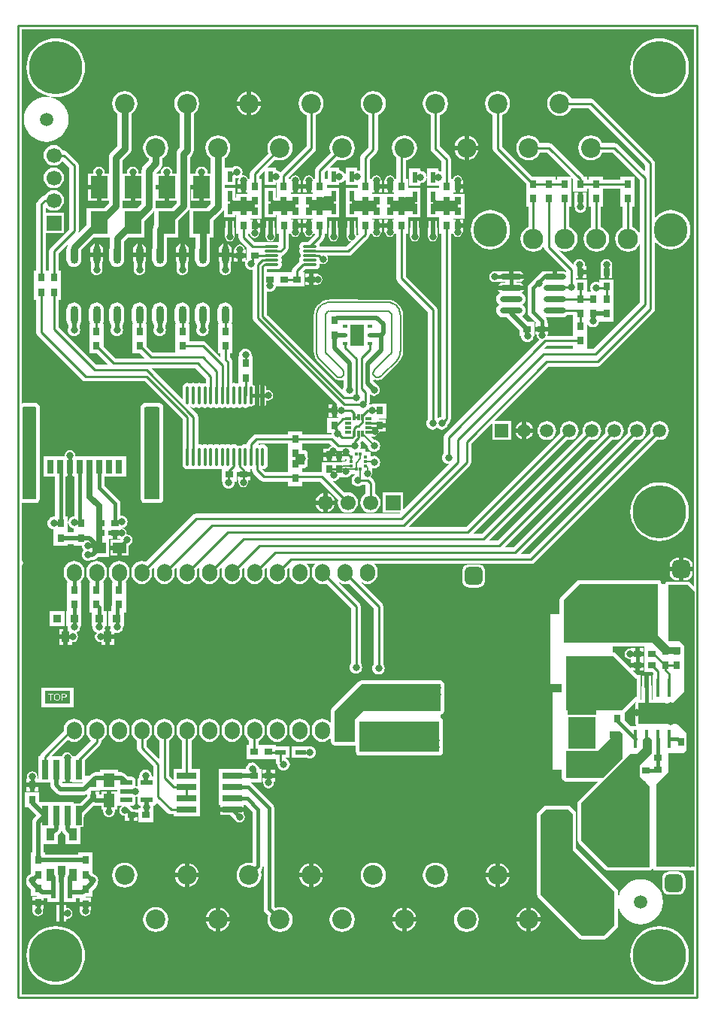
<source format=gtl>
%FSTAX23Y23*%
%MOIN*%
%SFA1B1*%

%IPPOS*%
%AMD15*
4,1,8,0.027000,-0.009900,0.027000,0.009900,0.025200,0.011600,-0.025200,0.011600,-0.027000,0.009900,-0.027000,-0.009900,-0.025200,-0.011600,0.025200,-0.011600,0.027000,-0.009900,0.0*
1,1,0.003480,0.025200,-0.009900*
1,1,0.003480,0.025200,0.009900*
1,1,0.003480,-0.025200,0.009900*
1,1,0.003480,-0.025200,-0.009900*
%
%AMD17*
4,1,8,-0.027600,-0.005500,0.027600,-0.005500,0.028900,-0.004100,0.028900,0.004100,0.027600,0.005500,-0.027600,0.005500,-0.028900,0.004100,-0.028900,-0.004100,-0.027600,-0.005500,0.0*
1,1,0.002760,-0.027600,-0.004100*
1,1,0.002760,0.027600,-0.004100*
1,1,0.002760,0.027600,0.004100*
1,1,0.002760,-0.027600,0.004100*
%
%AMD19*
4,1,8,-0.010800,-0.005900,0.010800,-0.005900,0.012300,-0.004400,0.012300,0.004400,0.010800,0.005900,-0.010800,0.005900,-0.012300,0.004400,-0.012300,-0.004400,-0.010800,-0.005900,0.0*
1,1,0.002960,-0.010800,-0.004400*
1,1,0.002960,0.010800,-0.004400*
1,1,0.002960,0.010800,0.004400*
1,1,0.002960,-0.010800,0.004400*
%
%AMD20*
4,1,8,-0.004400,-0.012300,0.004400,-0.012300,0.005900,-0.010800,0.005900,0.010800,0.004400,0.012300,-0.004400,0.012300,-0.005900,0.010800,-0.005900,-0.010800,-0.004400,-0.012300,0.0*
1,1,0.002960,-0.004400,-0.010800*
1,1,0.002960,0.004400,-0.010800*
1,1,0.002960,0.004400,0.010800*
1,1,0.002960,-0.004400,0.010800*
%
%AMD25*
4,1,8,0.017700,0.053100,-0.017700,0.053100,-0.022600,0.048200,-0.022600,-0.048200,-0.017700,-0.053100,0.017700,-0.053100,0.022600,-0.048200,0.022600,0.048200,0.017700,0.053100,0.0*
1,1,0.009960,0.017700,0.048200*
1,1,0.009960,-0.017700,0.048200*
1,1,0.009960,-0.017700,-0.048200*
1,1,0.009960,0.017700,-0.048200*
%
%AMD26*
4,1,8,-0.053100,0.017700,-0.053100,-0.017700,-0.048200,-0.022600,0.048200,-0.022600,0.053100,-0.017700,0.053100,0.017700,0.048200,0.022600,-0.048200,0.022600,-0.053100,0.017700,0.0*
1,1,0.009960,-0.048200,0.017700*
1,1,0.009960,-0.048200,-0.017700*
1,1,0.009960,0.048200,-0.017700*
1,1,0.009960,0.048200,0.017700*
%
%AMD57*
4,1,8,0.000000,-0.033500,0.000000,-0.033500,0.033500,0.000000,0.033500,0.000000,0.000000,0.033500,0.000000,0.033500,-0.033500,0.000000,-0.033500,0.000000,0.000000,-0.033500,0.0*
1,1,0.066940,0.000000,0.000000*
1,1,0.066940,0.000000,0.000000*
1,1,0.066940,0.000000,0.000000*
1,1,0.066940,0.000000,0.000000*
%
%AMD59*
4,1,8,0.033500,0.000000,0.033500,0.000000,0.000000,0.033500,0.000000,0.033500,-0.033500,0.000000,-0.033500,0.000000,0.000000,-0.033500,0.000000,-0.033500,0.033500,0.000000,0.0*
1,1,0.066940,0.000000,0.000000*
1,1,0.066940,0.000000,0.000000*
1,1,0.066940,0.000000,0.000000*
1,1,0.066940,0.000000,0.000000*
%
%AMD68*
4,1,8,0.019700,0.039400,-0.019700,0.039400,-0.039400,0.019700,-0.039400,-0.019700,-0.019700,-0.039400,0.019700,-0.039400,0.039400,-0.019700,0.039400,0.019700,0.019700,0.039400,0.0*
1,1,0.039360,0.019700,0.019700*
1,1,0.039360,-0.019700,0.019700*
1,1,0.039360,-0.019700,-0.019700*
1,1,0.039360,0.019700,-0.019700*
%
%ADD10R,0.023620X0.053150*%
%ADD11R,0.017720X0.084650*%
%ADD12R,0.122050X0.094490*%
%ADD13R,0.036000X0.036000*%
%ADD14R,0.036000X0.050000*%
G04~CAMADD=15~8~0.0~0.0~232.3~539.4~17.4~0.0~15~0.0~0.0~0.0~0.0~0~0.0~0.0~0.0~0.0~0~0.0~0.0~0.0~270.0~540.0~232.0*
%ADD15D15*%
%ADD16R,0.035430X0.031500*%
G04~CAMADD=17~8~0.0~0.0~578.7~110.2~13.8~0.0~15~0.0~0.0~0.0~0.0~0~0.0~0.0~0.0~0.0~0~0.0~0.0~0.0~180.0~578.0~110.0*
%ADD17D17*%
%ADD18O,0.014330X0.079350*%
G04~CAMADD=19~8~0.0~0.0~246.1~118.1~14.8~0.0~15~0.0~0.0~0.0~0.0~0~0.0~0.0~0.0~0.0~0~0.0~0.0~0.0~180.0~246.0~118.0*
%ADD19D19*%
G04~CAMADD=20~8~0.0~0.0~118.1~246.1~14.8~0.0~15~0.0~0.0~0.0~0.0~0~0.0~0.0~0.0~0.0~0~0.0~0.0~0.0~180.0~118.0~246.0*
%ADD20D20*%
%ADD21O,0.035430X0.078740*%
%ADD22R,0.057090X0.078740*%
%ADD23R,0.031500X0.059050*%
%ADD24R,0.135000X0.098000*%
G04~CAMADD=25~8~0.0~0.0~452.8~1063.0~49.8~0.0~15~0.0~0.0~0.0~0.0~0~0.0~0.0~0.0~0.0~0~0.0~0.0~0.0~0.0~452.8~1063.0*
%ADD25D25*%
G04~CAMADD=26~8~0.0~0.0~452.8~1063.0~49.8~0.0~15~0.0~0.0~0.0~0.0~0~0.0~0.0~0.0~0.0~0~0.0~0.0~0.0~90.0~1062.0~452.0*
%ADD26D26*%
%ADD27R,0.013680X0.014830*%
%ADD28R,0.014830X0.013680*%
%ADD29R,0.035430X0.053150*%
%ADD30R,0.059050X0.094490*%
%ADD31R,0.023620X0.015750*%
%ADD32R,0.045560X0.019360*%
%ADD33R,0.019360X0.045560*%
%ADD34R,0.025590X0.085430*%
%ADD35R,0.085430X0.025590*%
%ADD36R,0.085430X0.078740*%
%ADD37R,0.074800X0.098420*%
%ADD38R,0.098420X0.074800*%
%ADD39R,0.031500X0.035430*%
%ADD40R,0.050000X0.060000*%
%ADD41R,0.060000X0.050000*%
%ADD42R,0.125200X0.085840*%
%ADD43O,0.098420X0.027560*%
%ADD44C,0.015000*%
%ADD45C,0.010000*%
%ADD46C,0.007870*%
%ADD47C,0.020000*%
%ADD48C,0.030000*%
%ADD49C,0.025000*%
%ADD50C,0.019680*%
%ADD51R,0.040000X0.047500*%
%ADD52R,0.355000X0.135000*%
%ADD53R,0.060000X0.410000*%
%ADD54R,0.067600X0.410000*%
%ADD55C,0.005910*%
%ADD56R,0.066930X0.066930*%
G04~CAMADD=57~8~0.0~0.0~669.3~669.3~334.7~0.0~15~0.0~0.0~0.0~0.0~0~0.0~0.0~0.0~0.0~0~0.0~0.0~0.0~180.0~670.0~669.0*
%ADD57D57*%
%ADD58R,0.066930X0.066930*%
G04~CAMADD=59~8~0.0~0.0~669.3~669.3~334.7~0.0~15~0.0~0.0~0.0~0.0~0~0.0~0.0~0.0~0.0~0~0.0~0.0~0.0~270.0~670.0~669.0*
%ADD59D59*%
%ADD60C,0.086610*%
%ADD61C,0.090000*%
%ADD62C,0.150000*%
%ADD63R,0.059050X0.059050*%
%ADD64C,0.059050*%
%ADD65R,0.066930X0.078740*%
%ADD66O,0.066930X0.078740*%
%ADD67C,0.236220*%
G04~CAMADD=68~8~0.0~0.0~787.4~787.4~196.8~0.0~15~0.0~0.0~0.0~0.0~0~0.0~0.0~0.0~0.0~0~0.0~0.0~0.0~0.0~787.4~787.4*
%ADD68D68*%
%ADD69C,0.031500*%
%LNsbtech_icarusboard_1v0-1*%
%LPD*%
G36*
X02736Y01416D02*
Y01333D01*
X02678Y01274*
X02428*
Y01514*
X02638*
X02736Y01416*
G37*
G36*
X0274Y01314D02*
X02738Y01311D01*
X02736Y01304*
Y01214*
X02738Y01208*
X0274Y01205*
X02712*
X02688Y01229*
Y01262*
X02689Y01263*
X0274Y01314*
Y01314*
G37*
G36*
X02836Y01606D02*
X02888Y01554D01*
X02935*
Y01524*
X02862*
X02812Y01574*
X02418*
Y01764*
X02488Y01834*
X02836*
Y01606*
G37*
G36*
X02805Y01558D02*
X02807Y01556D01*
X02777*
Y01493*
Y01443*
X02812*
X02815Y01439*
Y01431*
X02812*
Y0132*
X0281*
Y01373*
X02808Y01382*
X02805Y01387*
Y01426*
X02796*
Y01373*
X02776*
Y01426*
X02767*
Y01387*
X02765Y01382*
X02763Y01373*
Y0132*
X02761*
Y01431*
X02743*
X02726Y01449*
X02735*
Y01464*
X02717*
Y01457*
X02649Y01526*
X02644Y01529*
X02643Y01529*
X02638Y0153*
X02635*
Y01558*
X02805*
G37*
G36*
X02998Y01799D02*
Y00969D01*
Y00579*
X02828*
Y00944*
X02883Y00999*
Y01014*
X02884Y01016*
Y01083*
X02951*
X02963Y01094*
Y01174*
X02923Y01214*
X02753*
Y01304*
X02901*
X02953Y01356*
Y01559*
X02933Y01579*
X02886*
X02883Y01583*
Y01829*
X02968*
X02998Y01799*
G37*
G36*
X02678Y01169D02*
Y01059D01*
X02593Y00974*
X02428*
Y01094*
X0257*
X02625Y01149*
X02623Y01152*
Y01179*
X02668*
X02678Y01169*
G37*
G36*
X02558Y01104D02*
X02438D01*
Y01244*
X02558*
Y01104*
G37*
G36*
X02808Y01144D02*
Y01082D01*
X02755Y01029*
Y0098*
X02798Y00937*
Y00578*
X02614*
X02496Y00696*
Y00863*
X02713Y01079*
X02743*
X02768Y01104*
Y01144*
X02778Y01154*
X02798*
X02808Y01144*
G37*
G36*
X02996Y01823D02*
X02979Y01841D01*
X02974Y01844*
X02973Y01844*
X02968Y01845*
X02883*
X02876Y01844*
X02871Y01841*
X02868Y01836*
X02867Y01835*
X02852*
X02851Y01841*
X02848Y01846*
X02843Y01849*
X02836Y0185*
X02488*
X02481Y01849*
X02476Y01846*
X02406Y01776*
X02403Y01771*
X02402Y0177*
X02401Y01764*
Y01699*
X0236*
Y01389*
X02411*
Y01354*
X0237*
Y01009*
X02411*
Y00974*
X02413Y00968*
X02415Y00965*
X02416Y00963*
X02418Y00962*
X02421Y0096*
X02428Y00958*
X02569*
X02485Y00875*
X02482Y00869*
X02481Y00868*
X0248Y00863*
Y00696*
X02482Y00689*
X02485Y00684*
X02603Y00566*
X02608Y00563*
X02609Y00563*
X02614Y00562*
X02614*
X02798*
X02804Y00563*
X02809Y00566*
X02812Y00572*
X02813Y00573*
X02816Y00568*
X02821Y00565*
X02828Y00563*
X02996*
Y00015*
X00015*
Y01914*
X00016Y01915*
X0002Y01921*
X00022Y01928*
X0002Y01935*
X00016Y01942*
X00015Y01943*
Y02194*
X0002Y02193*
X0008*
X00086Y02195*
X00091Y02198*
X00094Y02203*
X00096Y0221*
Y0262*
X00094Y02626*
X00091Y02631*
X00086Y02634*
X0008Y02636*
X0002*
X00015Y02635*
Y04295*
X02996*
Y01823*
G37*
%LNsbtech_icarusboard_1v0-2*%
%LPC*%
G36*
X02735Y0155D02*
X02717D01*
Y01548*
X02713*
X02703Y01546*
X02696Y01541*
X02691Y01534*
X02689Y01524*
X02691Y01515*
X02696Y01508*
X02703Y01503*
X02713Y01501*
X02717*
Y01499*
Y01484*
X02745*
X02773*
Y01499*
Y01514*
X02745*
Y01524*
X02735*
Y0155*
G37*
G36*
X02773Y01464D02*
X02755D01*
Y01449*
X02773*
Y01464*
G37*
G36*
Y0155D02*
X02755D01*
Y01534*
X02773*
Y0155*
G37*
G36*
X00948Y01236D02*
X00936Y01234D01*
X00925Y0123*
X00915Y01223*
X00908Y01213*
X00903Y01202*
X00902Y0119*
Y01179*
X00903Y01167*
X00908Y01156*
X00915Y01146*
X00925Y01139*
X00936Y01134*
X00948Y01133*
X00959Y01134*
X0097Y01139*
X0098Y01146*
X00987Y01156*
X00992Y01167*
X00993Y01179*
Y0119*
X00992Y01202*
X00987Y01213*
X0098Y01223*
X0097Y0123*
X00959Y01234*
X00948Y01236*
G37*
G36*
X00848D02*
X00836Y01234D01*
X00825Y0123*
X00815Y01223*
X00808Y01213*
X00803Y01202*
X00802Y0119*
Y01179*
X00803Y01167*
X00808Y01156*
X00815Y01146*
X00825Y01139*
X00836Y01134*
X00848Y01133*
X00859Y01134*
X0087Y01139*
X0088Y01146*
X00887Y01156*
X00892Y01167*
X00893Y01179*
Y0119*
X00892Y01202*
X00887Y01213*
X0088Y01223*
X0087Y0123*
X00859Y01234*
X00848Y01236*
G37*
G36*
X00448D02*
X00436Y01234D01*
X00425Y0123*
X00415Y01223*
X00408Y01213*
X00403Y01202*
X00402Y0119*
Y01179*
X00403Y01167*
X00408Y01156*
X00415Y01146*
X00425Y01139*
X00436Y01134*
X00448Y01133*
X00459Y01134*
X0047Y01139*
X0048Y01146*
X00487Y01156*
X00492Y01167*
X00493Y01179*
Y0119*
X00492Y01202*
X00487Y01213*
X0048Y01223*
X0047Y0123*
X00459Y01234*
X00448Y01236*
G37*
G36*
X01148D02*
X01136Y01234D01*
X01125Y0123*
X01115Y01223*
X01108Y01213*
X01103Y01202*
X01102Y0119*
Y01179*
X01103Y01167*
X01108Y01156*
X01115Y01146*
X01125Y01139*
X01136Y01134*
X01148Y01133*
X01159Y01134*
X0117Y01139*
X0118Y01146*
X01187Y01156*
X01192Y01167*
X01193Y01179*
Y0119*
X01192Y01202*
X01187Y01213*
X0118Y01223*
X0117Y0123*
X01159Y01234*
X01148Y01236*
G37*
G36*
X01873Y01406D02*
X01522D01*
X01515Y01404*
X0151Y01401*
X01391Y01282*
X01388Y01277*
X01387Y01276*
X01386Y01271*
Y01214*
X0138Y01223*
X0137Y0123*
X01359Y01234*
X01348Y01236*
X01336Y01234*
X01325Y0123*
X01315Y01223*
X01308Y01213*
X01303Y01202*
X01302Y0119*
Y01179*
X01303Y01167*
X01308Y01156*
X01315Y01146*
X01325Y01139*
X01336Y01134*
X01348Y01133*
X01359Y01134*
X0137Y01139*
X0138Y01146*
X01386Y01155*
Y01134*
X01388Y01128*
X01391Y01123*
X01396Y0112*
X01403Y01118*
X01493*
X01496Y01119*
Y01089*
X01498Y01083*
X01501Y01078*
X01506Y01075*
X01513Y01073*
X01868*
X01874Y01075*
X01879Y01078*
X01882Y01083*
X01884Y01089*
Y01224*
X01882Y01231*
X01879Y01236*
X01874Y01239*
X01873Y0124*
Y01254*
X01879Y01256*
X01884Y01259*
X01887Y01264*
X01889Y01271*
Y0139*
X01887Y01396*
X01884Y01401*
X01879Y01404*
X01873Y01406*
G37*
G36*
X01404Y02184D02*
X01372D01*
Y02152*
X01373Y02152*
X01384Y02156*
X01393Y02163*
X014Y02173*
X01404Y02183*
X01404Y02184*
G37*
G36*
X01248Y01236D02*
X01236Y01234D01*
X01225Y0123*
X01215Y01223*
X01208Y01213*
X01203Y01202*
X01202Y0119*
Y01179*
X01203Y01167*
X01208Y01156*
X01215Y01146*
X01225Y01139*
X01236Y01134*
X01248Y01133*
X01259Y01134*
X0127Y01139*
X0128Y01146*
X01287Y01156*
X01292Y01167*
X01293Y01179*
Y0119*
X01292Y01202*
X01287Y01213*
X0128Y01223*
X0127Y0123*
X01259Y01234*
X01248Y01236*
G37*
G36*
X01352Y02184D02*
X01319D01*
X01319Y02183*
X01324Y02173*
X01331Y02163*
X0134Y02156*
X0135Y02152*
X01352Y02152*
Y02184*
G37*
G36*
X011Y01009D02*
X01082D01*
Y00993*
X011*
Y01009*
G37*
G36*
X01138D02*
X0112D01*
Y00993*
X01138*
Y01009*
G37*
G36*
X00748Y01236D02*
X00736Y01234D01*
X00725Y0123*
X00715Y01223*
X00708Y01213*
X00703Y01202*
X00702Y0119*
Y01179*
X00703Y01167*
X00708Y01156*
X00715Y01146*
X00725Y01139*
X00725Y01139*
Y01012*
X00688*
Y00964*
X00669Y00983*
Y01138*
X0067Y01139*
X0068Y01146*
X00687Y01156*
X00692Y01167*
X00693Y01179*
Y0119*
X00692Y01202*
X00687Y01213*
X0068Y01223*
X0067Y0123*
X00659Y01234*
X00648Y01236*
X00636Y01234*
X00625Y0123*
X00615Y01223*
X00608Y01213*
X00603Y01202*
X00602Y0119*
Y01179*
X00603Y01167*
X00608Y01156*
X00615Y01146*
X00625Y01139*
X00626Y01138*
Y01057*
X00569Y01115*
Y01138*
X0057Y01139*
X0058Y01146*
X00587Y01156*
X00592Y01167*
X00593Y01179*
Y0119*
X00592Y01202*
X00587Y01213*
X0058Y01223*
X0057Y0123*
X00559Y01234*
X00548Y01236*
X00536Y01234*
X00525Y0123*
X00515Y01223*
X00508Y01213*
X00503Y01202*
X00502Y0119*
Y01179*
X00503Y01167*
X00508Y01156*
X00515Y01146*
X00525Y01139*
X00526Y01138*
Y01106*
X00528Y01098*
X00533Y01091*
X00598Y01026*
Y00979*
X00596Y0098*
X00592*
X00592Y00983*
X00591Y0099*
X00589Y00997*
X00584Y01003*
X00578Y01007*
X00572Y0101*
X00565Y01011*
X00557Y0101*
X00551Y01007*
X00545Y01003*
X0054Y00997*
X00538Y0099*
X00537Y00983*
X00537Y00977*
X00533Y00974*
X00529Y00969*
X00528Y00962*
Y00942*
X00529Y00936*
X00529Y00936*
X00521Y00938*
X00521Y00942*
Y00962*
X0052Y00969*
X00516Y00974*
X0051Y00978*
X00503Y0098*
X00487*
X00476Y00991*
X00471Y00995*
X00464Y00998*
X00458Y00999*
X00443*
Y0101*
X00362*
Y00999*
X00342*
X00335Y00998*
X00329Y00995*
X00324Y00991*
X00316Y00983*
X00301*
Y00968*
X00296Y00963*
Y01053*
X00362Y01119*
X00367Y01126*
X00369Y01134*
Y01138*
X0037Y01139*
X0038Y01146*
X00387Y01156*
X00392Y01167*
X00393Y01179*
Y0119*
X00392Y01202*
X00387Y01213*
X0038Y01223*
X0037Y0123*
X00359Y01234*
X00348Y01236*
X00336Y01234*
X00325Y0123*
X00315Y01223*
X00308Y01213*
X00303Y01202*
X00302Y0119*
Y01179*
X00303Y01167*
X00308Y01156*
X00315Y01146*
X00323Y0114*
X00253Y01069*
X00252Y01069*
X0024*
X00239Y01074*
X00234Y01081*
X00227Y01086*
X00218Y01088*
X00208Y01086*
X00201Y01081*
X00196Y01074*
X00195Y01069*
X00148*
X00221Y01142*
X00225Y01139*
X00236Y01134*
X00248Y01133*
X00259Y01134*
X0027Y01139*
X0028Y01146*
X00287Y01156*
X00292Y01167*
X00293Y01179*
Y0119*
X00292Y01202*
X00287Y01213*
X0028Y01223*
X0027Y0123*
X00259Y01234*
X00248Y01236*
X00236Y01234*
X00225Y0123*
X00215Y01223*
X00208Y01213*
X00203Y01202*
X00202Y0119*
Y01182*
X00103Y01083*
X00098Y01076*
X00097Y01069*
X00089*
Y00952*
X00142*
Y00943*
X00142Y00936*
X00145Y0093*
X00149Y00925*
X00168Y00906*
X00173Y00902*
X00179Y00899*
X00186Y00898*
X00294*
X00301Y00899*
X00307Y00902*
Y00895*
X00273Y00861*
X00246*
Y00867*
X00096*
X00094Y00869*
Y0091*
X00031*
Y00843*
X00046*
X00081Y00808*
X00069Y00797*
X00065Y00791*
X00062Y00785*
X00062Y00778*
Y00643*
X00056*
Y00576*
Y0055*
X00051Y00544*
X00049Y00544*
X00043Y00539*
X00038Y00533*
X00036Y00527*
X00035Y00519*
X00036Y00512*
X00037Y0051*
Y00509*
X00037Y00503*
X0004Y00496*
X00044Y00491*
X00056Y00479*
Y00451*
X00084*
X00087Y00448*
X00088Y00447*
X00062*
Y00429*
X00088*
X00113*
Y00441*
X00128*
Y00424*
X00183*
Y00509*
X00181*
Y00532*
X0018Y00538*
X00178Y00545*
X00177Y00546*
Y00583*
X00208*
Y00546*
X00207Y00545*
X00205Y00538*
X00204Y00532*
Y00509*
X00202*
Y00424*
X00257*
Y00441*
X00272*
Y00424*
X00298*
X00323*
Y00442*
X00293*
X00298Y00444*
X003Y00446*
X00329*
Y00474*
X00346Y00491*
X0035Y00496*
X00353Y00503*
X00354Y00509*
Y0051*
X00354Y00512*
X00355Y00519*
X00354Y00527*
X00352Y00533*
X00347Y00539*
X00341Y00544*
X00339Y00544*
X00329Y00555*
Y00576*
Y00643*
X00266*
Y00635*
X00119*
Y00643*
X00114*
Y0068*
X00177*
Y00719*
X00186Y00728*
X0019Y00734*
X00193Y0074*
X00195Y00734*
X00199Y00728*
X00208Y00719*
Y0068*
X00275*
Y00756*
X0029*
Y00797*
X00292Y00802*
X00293Y00808*
Y00809*
X00335Y0085*
X00336Y0085*
X00343Y00849*
X00368*
Y00834*
X00377*
Y00825*
X00378Y00818*
X0038Y00812*
X00384Y00807*
X0039Y00803*
X00396Y008*
X00403Y00799*
X00409Y008*
X00415Y00803*
X00421Y00807*
X00425Y00812*
X00427Y00818*
X00428Y00825*
Y00834*
X00438*
Y00859*
X0044Y00855*
X00446Y00851*
X00453Y00849*
X0046*
X00455Y00846*
X0045Y00839*
X00448Y0083*
X0045Y0082*
X00455Y00813*
X00463Y00808*
X00472Y00806*
X00472*
X00474Y00804*
Y00784*
X00492*
Y0081*
X00502*
Y0082*
X0053*
Y00835*
X0051*
X00499Y00846*
X00494Y00849*
X00503*
X0051Y00851*
X00516Y00855*
X0052Y0086*
X00521Y00867*
Y00887*
X00521Y00891*
X00529Y00893*
X00529Y00893*
X00528Y00887*
Y00867*
X00529Y0086*
X00533Y00855*
X00539Y00851*
X00544Y0085*
X00543Y00843*
X00543Y00841*
X00534*
Y00778*
X006*
Y00841*
X00598*
X00599Y00843*
X00598Y0085*
X00603Y00851*
X00609Y00855*
X00612Y0086*
X00614Y00867*
X00663Y00818*
X00669Y00813*
X00678Y00812*
X00688*
Y00804*
X00805*
Y00862*
Y00904*
Y00954*
Y01012*
X00768*
Y01138*
X0077Y01139*
X0078Y01146*
X00787Y01156*
X00792Y01167*
X00793Y01179*
Y0119*
X00792Y01202*
X00787Y01213*
X0078Y01223*
X0077Y0123*
X00759Y01234*
X00748Y01236*
G37*
G36*
X01372Y02237D02*
Y02204D01*
X01404*
X01404Y02206*
X014Y02216*
X01393Y02225*
X01384Y02232*
X01373Y02237*
X01372Y02237*
G37*
G36*
X01048Y01236D02*
X01036Y01234D01*
X01025Y0123*
X01015Y01223*
X01008Y01213*
X01003Y01202*
X01002Y0119*
Y01179*
X01003Y01167*
X01008Y01156*
X01015Y01146*
X01024Y0114*
Y01121*
X01012*
Y01058*
X01142*
Y01048*
X01144Y0104*
X01149Y01033*
X01149Y01032*
X0115Y01027*
X01153Y01021*
X01157Y01015*
X01163Y0101*
X0117Y01008*
X01177Y01007*
X01184Y01008*
X01191Y0101*
X01197Y01015*
X01201Y01021*
X01204Y01027*
X01205Y01034*
X01204Y01042*
X01201Y01048*
X01197Y01054*
X01191Y01059*
X01185Y01061*
Y01062*
X01202*
Y01112*
X01143*
Y01121*
X01066*
Y01137*
X0107Y01139*
X0108Y01146*
X01087Y01156*
X01092Y01167*
X01093Y01179*
Y0119*
X01092Y01202*
X01087Y01213*
X0108Y01223*
X0107Y0123*
X01059Y01234*
X01048Y01236*
G37*
G36*
X01293Y01115D02*
X01285Y01114D01*
X01282Y01112*
X01213*
Y01062*
X01282*
X01285Y0106*
X01293Y01059*
X013Y0106*
X01306Y01063*
X01312Y01067*
X01317Y01073*
X01319Y0108*
X0132Y01087*
X01319Y01094*
X01317Y01101*
X01312Y01107*
X01306Y01111*
X013Y01114*
X01293Y01115*
G37*
G36*
X00628Y02636D02*
X0056D01*
X00554Y02634*
X00549Y02631*
X00545Y02626*
X00544Y0262*
Y0221*
X00545Y02203*
X00549Y02198*
X00554Y02195*
X0056Y02193*
X00628*
X00634Y02195*
X00639Y02198*
X00642Y02203*
X00644Y0221*
Y0262*
X00642Y02626*
X00639Y02631*
X00634Y02634*
X00628Y02636*
G37*
G36*
X01038Y01042D02*
X0103Y01041D01*
X01024Y01039*
X01018Y01034*
X01013Y01028*
X01011Y01022*
X0101Y01014*
X0101Y01009*
X01007*
Y01012*
X0089*
Y00954*
Y00904*
Y00854*
X00896*
Y00843*
X00949*
X01001*
Y00854*
X01007*
Y00857*
X01039Y00825*
Y00596*
X01038Y00596*
X01023Y00598*
X01009Y00596*
X00995Y00591*
X00984Y00582*
X00975Y0057*
X00969Y00557*
X00968Y00542*
X00969Y00528*
X00975Y00515*
X00984Y00503*
X00995Y00494*
X01009Y00489*
X01023Y00487*
X01038Y00489*
X01051Y00494*
X01062Y00503*
X01071Y00515*
X01077Y00528*
X01079Y00542*
X01077Y00557*
X01075Y00561*
X01079Y00565*
X01084Y00573*
X01086Y00582*
Y00832*
X01089Y0083*
Y00394*
X01091Y00385*
X01096Y00377*
X01109Y00364*
X01107Y0036*
X01105Y00346*
X01107Y00331*
X01113Y00318*
X01122Y00306*
X01133Y00297*
X01147Y00292*
X01161Y0029*
X01175Y00292*
X01189Y00297*
X012Y00306*
X01209Y00318*
X01215Y00331*
X01217Y00346*
X01215Y0036*
X01209Y00373*
X012Y00385*
X01189Y00394*
X01175Y00399*
X01161Y00401*
X01147Y00399*
X01142Y00398*
X01136Y00404*
Y00839*
X01134Y00849*
X01129Y00856*
X01036Y0095*
X01033Y00952*
X01078*
Y01015*
X0107*
X01068Y0102*
X01063Y01025*
X01062Y01026*
X01062Y01028*
X01057Y01034*
X01051Y01039*
X01045Y01041*
X01038Y01042*
G37*
G36*
X01352Y02237D02*
X0135Y02237D01*
X0134Y02232*
X01331Y02225*
X01324Y02216*
X01319Y02206*
X01319Y02204*
X01352*
Y02237*
G37*
G36*
X00245Y01375D02*
X00102D01*
Y01288*
X00245*
Y01375*
G37*
G36*
X00206Y01713D02*
X00139D01*
Y01646*
X00206*
Y01713*
G37*
G36*
X02039Y01921D02*
X02D01*
X01992Y0192*
X01984Y01917*
X01977Y01912*
X01972Y01905*
X01969Y01897*
X01968Y01889*
Y0185*
X01969Y01842*
X01972Y01834*
X01977Y01827*
X01984Y01822*
X01992Y01819*
X02Y01818*
X02039*
X02047Y01819*
X02055Y01822*
X02062Y01827*
X02067Y01834*
X0207Y01842*
X02071Y0185*
Y01889*
X0207Y01897*
X02067Y01905*
X02062Y01912*
X02055Y01917*
X02047Y0192*
X02039Y01921*
G37*
G36*
X002Y01634D02*
X00182D01*
Y01609*
X002*
Y01634*
G37*
G36*
X00448Y01936D02*
X00436Y01934D01*
X00425Y0193*
X00415Y01923*
X00408Y01913*
X00403Y01902*
X00402Y0189*
Y01879*
X00403Y01867*
X00408Y01856*
X00415Y01846*
X00423Y0184*
X00415*
Y01773*
Y0174*
X00414Y01733*
Y01713*
X00401*
Y01646*
X0041*
X0041Y01644*
X00411Y01637*
X00412Y01634*
X00407*
Y01609*
X00425*
Y0162*
X0043Y01618*
X00438Y01617*
X00445Y01618*
X00451Y0162*
X00457Y01625*
X00462Y01631*
X00464Y01637*
X00465Y01644*
X00465Y01646*
X00469*
Y01708*
X00478*
Y01773*
Y0184*
X00472*
X0048Y01846*
X00487Y01856*
X00492Y01867*
X00493Y01879*
Y0189*
X00492Y01902*
X00487Y01913*
X0048Y01923*
X0047Y0193*
X00459Y01934*
X00448Y01936*
G37*
G36*
X0293Y0189D02*
X0289D01*
Y0188*
X02891Y01872*
X02894Y01865*
X02899Y01859*
X02905Y01854*
X02912Y01851*
X0292Y0185*
X0293*
Y0189*
G37*
G36*
X02959Y01949D02*
X0295D01*
Y0191*
X02989*
Y01919*
X02988Y01927*
X02985Y01934*
X0298Y0194*
X02974Y01945*
X02967Y01948*
X02959Y01949*
G37*
G36*
X00438Y01984D02*
X00408D01*
Y01959*
X00438*
Y01984*
G37*
G36*
X02989Y0189D02*
X0295D01*
Y0185*
X02959*
X02967Y01851*
X02974Y01854*
X0298Y01859*
X02985Y01865*
X02988Y01872*
X02989Y0188*
Y0189*
G37*
G36*
X0293Y01949D02*
X0292D01*
X02912Y01948*
X02905Y01945*
X02899Y0194*
X02894Y01934*
X02891Y01927*
X0289Y01919*
Y0191*
X0293*
Y01949*
G37*
G36*
X0023Y02428D02*
X00221Y02426D01*
X00213Y02421*
X00208Y02413*
X00206Y02404*
Y024*
X00154*
Y024*
X00112*
Y02309*
X00164*
Y02135*
X00156*
Y02132*
X0015Y02131*
X00144Y02129*
X00138Y02124*
X00133Y02118*
X00131Y02112*
X0013Y02104*
X00131Y02097*
X00133Y02091*
X00138Y02085*
X00144Y0208*
X0015Y02078*
X00156Y02077*
Y02068*
Y02003*
X00219*
Y02011*
X00246*
Y02003*
X00282*
X00283Y01997*
X00285Y01991*
X0029Y01985*
X0029Y01985*
X0029Y01984*
X00285Y01978*
X00283Y01972*
X00282Y01965*
X00283Y01957*
X00285Y01951*
X0029Y01945*
X00296Y0194*
X00302Y01938*
X0031Y01937*
X00317Y01938*
X00319Y01939*
X00329*
X00335Y01939*
X00342Y01942*
X00347Y01946*
X00354Y01954*
X00404*
Y02034*
X0042*
Y02049*
X00402*
Y02035*
X00398*
Y02073*
X00402*
Y02069*
X0043*
Y02059*
X0044*
Y02034*
X00454*
X0045Y02029*
X00408*
Y02004*
X00448*
Y01994*
X00458*
Y01959*
X00488*
Y02001*
X005Y02013*
X00505Y0202*
X00507Y02029*
X00505Y02039*
X005Y02046*
X00493Y02051*
X00483Y02053*
X0048Y02052*
X00481Y02059*
X00479Y02069*
X00474Y02076*
X00467Y02081*
X00463Y02082*
Y02082*
X00465Y02083*
X00471Y02085*
X00477Y0209*
X00482Y02096*
X00484Y02102*
X00485Y02109*
X00484Y02117*
X00482Y02123*
X00477Y02129*
X00471Y02134*
X00465Y02136*
X00458Y02137*
X00454Y02137*
Y02189*
X00452Y02199*
X00447Y02206*
X00384Y02269*
Y02309*
X00478*
Y024*
X00254*
Y02404*
X00252Y02413*
X00247Y02421*
X00239Y02426*
X0023Y02428*
G37*
G36*
X02844Y02285D02*
X02824Y02284D01*
X02804Y02279*
X02785Y02271*
X02767Y0226*
X02752Y02247*
X02739Y02232*
X02728Y02214*
X0272Y02195*
X02715Y02175*
X02714Y02155*
X02715Y02135*
X0272Y02115*
X02728Y02096*
X02739Y02078*
X02752Y02063*
X02767Y0205*
X02785Y02039*
X02804Y02031*
X02824Y02026*
X02844Y02025*
X02864Y02026*
X02884Y02031*
X02903Y02039*
X02921Y0205*
X02936Y02063*
X02949Y02078*
X0296Y02096*
X02968Y02115*
X02973Y02135*
X02974Y02155*
X02973Y02175*
X02968Y02195*
X0296Y02214*
X02949Y02232*
X02936Y02247*
X02921Y0226*
X02903Y02271*
X02884Y02279*
X02864Y02284*
X02844Y02285*
G37*
G36*
X002Y01589D02*
X00182D01*
Y01564*
X002*
Y01589*
G37*
G36*
X00248Y01936D02*
X00236Y01934D01*
X00225Y0193*
X00215Y01923*
X00208Y01913*
X00203Y01902*
X00202Y0189*
Y01879*
X00203Y01867*
X00208Y01856*
X00215Y01846*
X00223Y0184*
X00216*
Y01773*
Y01713*
X00214*
Y01646*
X0022*
X0022Y01644*
X00221Y01637*
X00222Y01634*
X0022*
Y01599*
Y01564*
X00238*
Y01576*
X00243*
X00252Y01578*
X00259Y01583*
X00264Y0159*
X00266Y01599*
X00264Y01609*
X00259Y01616*
X00256Y01618*
X00261Y0162*
X00267Y01625*
X00272Y01631*
X00274Y01637*
X00275Y01644*
X00275Y01646*
X00281*
Y01713*
X00279*
Y01773*
Y0184*
X00272*
X0028Y01846*
X00287Y01856*
X00292Y01867*
X00293Y01879*
Y0189*
X00292Y01902*
X00287Y01913*
X0028Y01923*
X0027Y0193*
X00259Y01934*
X00248Y01936*
G37*
G36*
X00348D02*
X00336Y01934D01*
X00325Y0193*
X00315Y01923*
X00308Y01913*
X00303Y01902*
X00302Y0189*
Y01879*
X00303Y01867*
X00308Y01856*
X00315Y01846*
X00323Y0184*
X00315*
Y01773*
Y01708*
X00326*
Y01646*
X0033*
X0033Y01644*
X00331Y01637*
X00333Y01631*
X00338Y01625*
X00344Y0162*
X0035Y01618*
X0035*
X00348Y01616*
X00343Y01609*
X00341Y01599*
X00343Y0159*
X00348Y01583*
X00356Y01578*
X00365Y01576*
X00369*
Y01564*
X00387*
Y01599*
Y01634*
X00383*
X00384Y01637*
X00385Y01644*
X00385Y01646*
X00394*
Y01713*
X00381*
Y01731*
X00379Y0174*
X00378Y01742*
Y01773*
Y0184*
X00372*
X0038Y01846*
X00387Y01856*
X00392Y01867*
X00393Y01879*
Y0189*
X00392Y01902*
X00387Y01913*
X0038Y01923*
X0037Y0193*
X00359Y01934*
X00348Y01936*
G37*
G36*
X00425Y01589D02*
X00407D01*
Y01564*
X00425*
Y01589*
G37*
G36*
X00875Y00398D02*
X00871Y00398D01*
X00858Y00392*
X00847Y00384*
X00839Y00372*
X00833Y0036*
X00833Y00356*
X00875*
Y00398*
G37*
G36*
X00895D02*
Y00356D01*
X00938*
X00937Y0036*
X00932Y00372*
X00923Y00384*
X00912Y00392*
X00899Y00398*
X00895Y00398*
G37*
G36*
X00214Y00409D02*
X00203D01*
Y00372*
Y00336*
X00214*
Y00348*
X00215*
X00224Y0035*
X00232Y00355*
X00234Y00358*
X00239Y00365*
X00241Y00374*
X00239Y00384*
X00234Y00391*
X00227Y00396*
X00218Y00398*
X00214Y00398*
Y00409*
G37*
G36*
X02438Y0085D02*
D01*
X0234*
X02334Y00849*
X02329Y00846*
X02305Y00822*
X02302Y00817*
X02301Y00816*
X023Y00811*
Y00456*
X02302Y00449*
X02303Y00448*
X02305Y00444*
X02486Y00263*
X02491Y0026*
X02492Y00259*
X02498Y00258*
X02598*
X02604Y0026*
X02609Y00263*
X02655Y00309*
X02659Y00315*
X02659Y00316*
X0266Y00321*
Y00422*
X02662Y00405*
X02667Y00386*
X02677Y00369*
X02689Y00354*
X02704Y00342*
X02721Y00332*
X0274Y00327*
X0276Y00325*
X02779Y00327*
X02798Y00332*
X02815Y00342*
X0283Y00354*
X02842Y00369*
X02852Y00386*
X02857Y00405*
X02859Y00425*
X02857Y00444*
X02852Y00463*
X02842Y0048*
X0283Y00495*
X02815Y00507*
X02798Y00517*
X02779Y00522*
X0276Y00524*
X0274Y00522*
X02721Y00517*
X02704Y00507*
X02689Y00495*
X02677Y0048*
X02667Y00463*
X02662Y00444*
X0266Y00427*
Y00468*
X02659Y00474*
X02655Y00479*
X02474Y00661*
Y00814*
X02473Y0082*
X02472Y00821*
X02469Y00826*
X02449Y00846*
X02444Y00849*
X02443Y00849*
X02438Y0085*
G37*
G36*
X00183Y00409D02*
X00171D01*
Y00381*
X00171Y00381*
X00169Y00372*
X00171Y00363*
X00171Y00363*
Y00336*
X00183*
Y00372*
Y00409*
G37*
G36*
X01702Y00398D02*
X01698Y00398D01*
X01685Y00392*
X01674Y00384*
X01666Y00372*
X0166Y0036*
X0166Y00356*
X01702*
Y00398*
G37*
G36*
X00113Y00409D02*
X00088D01*
X00062*
Y00392*
X00064*
Y00384*
X00066Y00375*
X00071Y00368*
X00078Y00363*
X00088Y00361*
X00097Y00363*
X00104Y00368*
X00109Y00375*
X00111Y00384*
Y00392*
X00113*
Y00409*
G37*
G36*
X00323Y00404D02*
X00298D01*
X00272*
Y00387*
X00274*
Y00384*
X00276Y00375*
X00281Y00368*
X00288Y00363*
X00298Y00361*
X00307Y00363*
X00314Y00368*
X00319Y00375*
X00321Y00384*
Y00387*
X00323*
Y00404*
G37*
G36*
X02273Y00398D02*
Y00356D01*
X02316*
X02315Y0036*
X0231Y00372*
X02301Y00384*
X0229Y00392*
X02277Y00398*
X02273Y00398*
G37*
G36*
X01722D02*
Y00356D01*
X01765*
X01764Y0036*
X01759Y00372*
X0175Y00384*
X01739Y00392*
X01726Y00398*
X01722Y00398*
G37*
G36*
X02253D02*
X02249Y00398D01*
X02236Y00392*
X02225Y00384*
X02217Y00372*
X02211Y0036*
X02211Y00356*
X02253*
Y00398*
G37*
G36*
X01437Y00401D02*
X01422Y00399D01*
X01409Y00394*
X01397Y00385*
X01388Y00373*
X01383Y0036*
X01381Y00346*
X01383Y00331*
X01388Y00318*
X01397Y00306*
X01409Y00297*
X01422Y00292*
X01437Y0029*
X01451Y00292*
X01464Y00297*
X01476Y00306*
X01485Y00318*
X0149Y00331*
X01492Y00346*
X0149Y0036*
X01485Y00373*
X01476Y00385*
X01464Y00394*
X01451Y00399*
X01437Y00401*
G37*
G36*
X01988D02*
X01973Y00399D01*
X0196Y00394*
X01948Y00385*
X0194Y00373*
X01934Y0036*
X01932Y00346*
X01934Y00331*
X0194Y00318*
X01948Y00306*
X0196Y00297*
X01973Y00292*
X01988Y0029*
X02002Y00292*
X02015Y00297*
X02027Y00306*
X02036Y00318*
X02041Y00331*
X02043Y00346*
X02041Y0036*
X02036Y00373*
X02027Y00385*
X02015Y00394*
X02002Y00399*
X01988Y00401*
G37*
G36*
X0061D02*
X00595Y00399D01*
X00582Y00394*
X0057Y00385*
X00562Y00373*
X00556Y0036*
X00554Y00346*
X00556Y00331*
X00562Y00318*
X0057Y00306*
X00582Y00297*
X00595Y00292*
X0061Y0029*
X00624Y00292*
X00638Y00297*
X00649Y00306*
X00658Y00318*
X00663Y00331*
X00665Y00346*
X00663Y0036*
X00658Y00373*
X00649Y00385*
X00638Y00394*
X00624Y00399*
X0061Y00401*
G37*
G36*
X00167Y00317D02*
X00146Y00315D01*
X00127Y0031*
X00108Y00303*
X0009Y00292*
X00075Y00279*
X00061Y00263*
X00051Y00246*
X00043Y00227*
X00038Y00207*
X00037Y00187*
X00038Y00166*
X00043Y00146*
X00051Y00127*
X00061Y0011*
X00075Y00094*
X0009Y00081*
X00108Y0007*
X00127Y00063*
X00146Y00058*
X00167Y00056*
X00187Y00058*
X00207Y00063*
X00226Y0007*
X00243Y00081*
X00259Y00094*
X00272Y0011*
X00283Y00127*
X00291Y00146*
X00296Y00166*
X00297Y00187*
X00296Y00207*
X00291Y00227*
X00283Y00246*
X00272Y00263*
X00259Y00279*
X00243Y00292*
X00226Y00303*
X00207Y0031*
X00187Y00315*
X00167Y00317*
G37*
G36*
X02844D02*
X02824Y00315D01*
X02804Y0031*
X02785Y00303*
X02767Y00292*
X02752Y00279*
X02739Y00263*
X02728Y00246*
X0272Y00227*
X02715Y00207*
X02714Y00187*
X02715Y00166*
X0272Y00146*
X02728Y00127*
X02739Y0011*
X02752Y00094*
X02767Y00081*
X02785Y0007*
X02804Y00063*
X02824Y00058*
X02844Y00056*
X02864Y00058*
X02884Y00063*
X02903Y0007*
X02921Y00081*
X02936Y00094*
X02949Y0011*
X0296Y00127*
X02968Y00146*
X02973Y00166*
X02974Y00187*
X02973Y00207*
X02968Y00227*
X0296Y00246*
X02949Y00263*
X02936Y00279*
X02921Y00292*
X02903Y00303*
X02884Y0031*
X02864Y00315*
X02844Y00317*
G37*
G36*
X00875Y00336D02*
X00833D01*
X00833Y00332*
X00839Y00319*
X00847Y00308*
X00858Y00299*
X00871Y00294*
X00875Y00293*
Y00336*
G37*
G36*
X02253Y00336D02*
X02211D01*
X02211Y00332*
X02217Y00319*
X02225Y00308*
X02236Y00299*
X02249Y00294*
X02253Y00293*
Y00336*
G37*
G36*
X02316D02*
X02273D01*
Y00293*
X02277Y00294*
X0229Y00299*
X02301Y00308*
X0231Y00319*
X02315Y00332*
X02316Y00336*
G37*
G36*
X01765D02*
X01722D01*
Y00293*
X01726Y00294*
X01739Y00299*
X0175Y00308*
X01759Y00319*
X01764Y00332*
X01765Y00336*
G37*
G36*
X00938Y00336D02*
X00895D01*
Y00293*
X00899Y00294*
X00912Y00299*
X00923Y00308*
X00932Y00319*
X00937Y00332*
X00938Y00336*
G37*
G36*
X01702Y00336D02*
X0166D01*
X0166Y00332*
X01666Y00319*
X01674Y00308*
X01685Y00299*
X01698Y00294*
X01702Y00293*
Y00336*
G37*
G36*
X02115Y00595D02*
X02112Y00594D01*
X02099Y00589*
X02087Y0058*
X02079Y00569*
X02074Y00556*
X02073Y00552*
X02115*
Y00595*
G37*
G36*
X02135D02*
Y00552D01*
X02178*
X02177Y00556*
X02172Y00569*
X02164Y0058*
X02152Y00589*
X02139Y00594*
X02135Y00595*
G37*
G36*
X01309D02*
Y00552D01*
X01351*
X01351Y00556*
X01345Y00569*
X01337Y0058*
X01326Y00589*
X01313Y00594*
X01309Y00595*
G37*
G36*
X00758D02*
Y00552D01*
X008*
X00799Y00556*
X00794Y00569*
X00786Y0058*
X00774Y00589*
X00761Y00594*
X00758Y00595*
G37*
G36*
X01289D02*
X01285Y00594D01*
X01272Y00589*
X01261Y0058*
X01252Y00569*
X01247Y00556*
X01246Y00552*
X01289*
Y00595*
G37*
G36*
X01001Y00823D02*
X00949D01*
X00896*
Y0081*
X00938*
X00965Y00783*
X00972Y00778*
X00982Y00776*
X00991Y00778*
X00998Y00783*
X01003Y00791*
X01005Y008*
X01003Y00809*
X01001Y00812*
Y00823*
G37*
G36*
X01138Y00973D02*
X01082D01*
Y00957*
X01086*
Y00952*
X01088Y00943*
X01093Y00935*
X01101Y0093*
X0111Y00928*
X01119Y0093*
X01127Y00935*
X01132Y00943*
X01134Y00952*
Y00957*
X01138*
Y00973*
G37*
G36*
X00063Y01003D02*
X00053Y01001D01*
X00046Y00996*
X00041Y00989*
X00039Y00979*
Y0097*
X00037*
Y00952*
X00063*
X00088*
Y0097*
X00086*
Y00979*
X00084Y00989*
X00079Y00996*
X00072Y01001*
X00063Y01003*
G37*
G36*
X00088Y00932D02*
X00073D01*
Y00914*
X00088*
Y00932*
G37*
G36*
X0053Y008D02*
X00512D01*
Y00784*
X0053*
Y008*
G37*
G36*
X00053Y00932D02*
X00037D01*
Y00914*
X00053*
Y00932*
G37*
G36*
X0185Y00598D02*
X01836Y00596D01*
X01822Y00591*
X01811Y00582*
X01802Y0057*
X01796Y00557*
X01794Y00542*
X01796Y00528*
X01802Y00515*
X01811Y00503*
X01822Y00494*
X01836Y00489*
X0185Y00487*
X01864Y00489*
X01878Y00494*
X01889Y00503*
X01898Y00515*
X01904Y00528*
X01905Y00542*
X01904Y00557*
X01898Y0057*
X01889Y00582*
X01878Y00591*
X01864Y00596*
X0185Y00598*
G37*
G36*
X00738Y00532D02*
X00695D01*
X00696Y00529*
X00701Y00516*
X0071Y00504*
X00721Y00496*
X00734Y00491*
X00738Y0049*
Y00532*
G37*
G36*
X01574Y00598D02*
X0156Y00596D01*
X01547Y00591*
X01535Y00582*
X01526Y0057*
X01521Y00557*
X01519Y00542*
X01521Y00528*
X01526Y00515*
X01535Y00503*
X01547Y00494*
X0156Y00489*
X01574Y00487*
X01589Y00489*
X01602Y00494*
X01614Y00503*
X01622Y00515*
X01628Y00528*
X0163Y00542*
X01628Y00557*
X01622Y0057*
X01614Y00582*
X01602Y00591*
X01589Y00596*
X01574Y00598*
G37*
G36*
X02926Y00559D02*
X02887D01*
X02879Y00558*
X02871Y00555*
X02864Y0055*
X02859Y00544*
X02856Y00536*
X02855Y00528*
Y00488*
X02856Y0048*
X02859Y00472*
X02864Y00466*
X02871Y00461*
X02879Y00458*
X02887Y00457*
X02926*
X02934Y00458*
X02942Y00461*
X02949Y00466*
X02954Y00472*
X02957Y0048*
X02958Y00488*
Y00528*
X02957Y00536*
X02954Y00544*
X02949Y0055*
X02942Y00555*
X02934Y00558*
X02926Y00559*
G37*
G36*
X00472Y00598D02*
X00458Y00596D01*
X00444Y00591*
X00433Y00582*
X00424Y0057*
X00418Y00557*
X00416Y00542*
X00418Y00528*
X00424Y00515*
X00433Y00503*
X00444Y00494*
X00458Y00489*
X00472Y00487*
X00486Y00489*
X005Y00494*
X00511Y00503*
X0052Y00515*
X00526Y00528*
X00528Y00542*
X00526Y00557*
X0052Y0057*
X00511Y00582*
X005Y00591*
X00486Y00596*
X00472Y00598*
G37*
G36*
X008Y00532D02*
X00758D01*
Y0049*
X00761Y00491*
X00774Y00496*
X00786Y00504*
X00794Y00516*
X00799Y00529*
X008Y00532*
G37*
G36*
X02178D02*
X02135D01*
Y0049*
X02139Y00491*
X02152Y00496*
X02164Y00504*
X02172Y00516*
X02177Y00529*
X02178Y00532*
G37*
G36*
X00738Y00595D02*
X00734Y00594D01*
X00721Y00589*
X0071Y0058*
X00701Y00569*
X00696Y00556*
X00695Y00552*
X00738*
Y00595*
G37*
G36*
X02115Y00532D02*
X02073D01*
X02074Y00529*
X02079Y00516*
X02087Y00504*
X02099Y00496*
X02112Y00491*
X02115Y0049*
Y00532*
G37*
G36*
X01289D02*
X01246D01*
X01247Y00529*
X01252Y00516*
X01261Y00504*
X01272Y00496*
X01285Y00491*
X01289Y0049*
Y00532*
G37*
G36*
X01351D02*
X01309D01*
Y0049*
X01313Y00491*
X01326Y00496*
X01337Y00504*
X01345Y00516*
X01351Y00529*
X01351Y00532*
G37*
G36*
X00158Y0368D02*
X00146Y03679D01*
X00135Y03674*
X00125Y03667*
X00118Y03657*
X00113Y03646*
X00112Y03634*
X00113Y03623*
X00118Y03612*
X00125Y03602*
X00135Y03595*
X00146Y0359*
X00158Y03589*
X00169Y0359*
X0018Y03595*
X0019Y03602*
X00197Y03612*
X00202Y03623*
X00203Y03634*
X00202Y03646*
X00197Y03657*
X0019Y03667*
X0018Y03674*
X00169Y03679*
X00158Y0368*
G37*
G36*
X01783Y03677D02*
X01732D01*
Y036*
X01783*
Y03611*
X01784Y03611*
X01791Y03612*
X01798Y03614*
X01804Y03619*
X01808Y03625*
X01811Y03631*
X01812Y03638*
X01811Y03646*
X01808Y03652*
X01804Y03658*
X01798Y03663*
X01791Y03665*
X01784Y03666*
X01783Y03666*
Y03677*
G37*
G36*
X0185Y0402D02*
X01836Y04018D01*
X01822Y04013*
X01811Y04004*
X01802Y03992*
X01796Y03979*
X01794Y03964*
X01796Y0395*
X01802Y03937*
X01811Y03925*
X01822Y03916*
X01829Y03914*
Y03764*
X0183Y03756*
X01835Y03749*
X01876Y03708*
Y03663*
X01871Y03665*
X01864Y03666*
X01863Y03666*
Y03677*
X01812*
Y036*
X01863*
Y03611*
X01864Y03611*
X01866Y03611*
Y03563*
Y03548*
X01863*
Y03589*
X01812*
Y03512*
Y0346*
X01863*
Y03471*
X01866*
Y03453*
Y03388*
X01876*
Y02575*
X01875Y02574*
X0187Y02573*
X01864Y0257*
X01859Y02567*
Y03049*
X01857Y03058*
X01852Y03064*
X01719Y03198*
Y03388*
X01729*
Y03453*
Y03471*
X01732*
Y0346*
X01783*
Y03512*
Y03589*
X01732*
Y03566*
X01729*
Y0363*
X01719*
Y03713*
X01726Y03714*
X0174Y03719*
X01751Y03728*
X0176Y0374*
X01766Y03753*
X01768Y03768*
X01766Y03782*
X0176Y03795*
X01751Y03807*
X0174Y03816*
X01726Y03821*
X01712Y03823*
X01698Y03821*
X01684Y03816*
X01673Y03807*
X01664Y03795*
X01658Y03782*
X01657Y03768*
X01658Y03753*
X01664Y0374*
X01673Y03728*
X01676Y03726*
Y0363*
X01668*
X01667Y03633*
X01662Y03639*
X01656Y03644*
X01648Y03646*
X01639Y03644*
X01633Y03639*
X01628Y03633*
X01626Y03625*
X01622*
Y03607*
X01648*
Y03597*
X01658*
Y03569*
X01666*
Y03565*
X01569*
Y03569*
X01578*
Y03597*
X01588*
Y03607*
X01613*
Y03625*
X01609*
X01607Y03633*
X01602Y03639*
X01596Y03644*
X01588Y03646*
X01579Y03644*
X01573Y03639*
X01568Y03633*
X01568Y0363*
X01559*
Y03716*
X01589Y03746*
X01594Y03753*
X01595Y03761*
Y03914*
X01602Y03916*
X01614Y03925*
X01622Y03937*
X01628Y0395*
X0163Y03964*
X01628Y03979*
X01622Y03992*
X01614Y04004*
X01602Y04013*
X01589Y04018*
X01574Y0402*
X0156Y04018*
X01547Y04013*
X01535Y04004*
X01526Y03992*
X01521Y03979*
X01519Y03964*
X01521Y0395*
X01526Y03937*
X01535Y03925*
X01547Y03916*
X01553Y03914*
Y0377*
X01523Y03739*
X01518Y03733*
X01516Y03724*
Y03665*
X01511Y03667*
X01504Y03668*
X01503Y03668*
Y03679*
X01452*
Y03602*
X01503*
Y03613*
X01504Y03612*
X01506Y03613*
Y03563*
Y03548*
X01503*
Y03591*
X01452*
Y03514*
Y0346*
X01503*
Y03471*
X01506*
Y03453*
Y03388*
X01512*
X01499Y03376*
Y0341*
X01497Y03418*
Y03443*
X01488*
Y0341*
X01468*
Y03443*
X01458*
Y03418*
X01456Y0341*
Y03374*
X01458Y03366*
X01463Y03359*
X01469Y03355*
X01477Y03353*
X01454Y03331*
X01337*
Y03334*
X01336Y03341*
X01335Y03342*
X01352Y0336*
X01357Y03367*
X01358Y03375*
Y03383*
X01359Y03384*
Y03388*
X01369*
Y03453*
Y03475*
X01372*
Y0346*
X01423*
Y03514*
Y03591*
X01372*
Y0357*
X01369*
Y0363*
X01358*
Y0366*
X01372Y03673*
Y03602*
X01423*
Y03613*
X01424Y03613*
X01431Y03614*
X01438Y03617*
X01444Y03621*
X01448Y03627*
X01451Y03634*
X01452Y03641*
X01451Y03648*
X01448Y03655*
X01444Y03661*
X01438Y03665*
X01431Y03668*
X01424Y03669*
X01423Y03669*
Y03679*
X01378*
X01415Y03717*
X01422Y03714*
X01437Y03712*
X01451Y03714*
X01464Y03719*
X01476Y03728*
X01485Y0374*
X0149Y03753*
X01492Y03768*
X0149Y03782*
X01485Y03795*
X01476Y03807*
X01464Y03816*
X01451Y03821*
X01437Y03823*
X01422Y03821*
X01409Y03816*
X01397Y03807*
X01388Y03795*
X01383Y03782*
X01381Y03768*
X01383Y03753*
X01386Y03747*
X01322Y03683*
X01318Y03676*
X01316Y03668*
Y0363*
X01308*
X01307Y03633*
X01302Y03639*
X01296Y03644*
X01288Y03646*
X01279Y03644*
X01273Y03639*
X01268Y03633*
X01266Y03625*
X01262*
Y03607*
X01288*
Y03597*
X01298*
Y03569*
X01306*
Y03565*
X01208*
Y03569*
X01218*
Y03597*
X01228*
Y03607*
X01253*
Y03625*
X01249*
X01247Y03633*
X01242Y03639*
X01236Y03644*
X01228Y03646*
X01219Y03644*
X01213Y03639*
X01208Y03633*
X01208Y0363*
X01198*
Y03635*
X01314Y03751*
X01318Y03758*
X0132Y03766*
Y03914*
X01327Y03916*
X01338Y03925*
X01347Y03937*
X01352Y0395*
X01354Y03964*
X01352Y03979*
X01347Y03992*
X01338Y04004*
X01327Y04013*
X01313Y04018*
X01299Y0402*
X01284Y04018*
X01271Y04013*
X01259Y04004*
X01251Y03992*
X01245Y03979*
X01243Y03964*
X01245Y0395*
X01251Y03937*
X01259Y03925*
X01271Y03916*
X01278Y03914*
Y03774*
X01164Y03661*
X01164Y03661*
X01158Y03665*
X01151Y03668*
X01144Y03669*
X01143Y03669*
Y03679*
X01105*
X01141Y03716*
X01147Y03714*
X01161Y03712*
X01175Y03714*
X01189Y03719*
X012Y03728*
X01209Y0374*
X01215Y03753*
X01217Y03768*
X01215Y03782*
X01209Y03795*
X012Y03807*
X01189Y03816*
X01175Y03821*
X01161Y03823*
X01147Y03821*
X01133Y03816*
X01122Y03807*
X01113Y03795*
X01107Y03782*
X01105Y03768*
X01107Y03753*
X01111Y03745*
X01033Y03667*
X01028Y0366*
X01026Y03652*
Y0363*
X01018*
X01017Y03633*
X01012Y03639*
X01006Y03644*
X00998Y03646*
X00991Y03644*
X00992Y03646*
X00994Y03652*
X00995Y03659*
X00994Y03667*
X00992Y03673*
X00987Y03679*
X00981Y03684*
X00975Y03686*
X00968Y03687*
X0096Y03686*
X00954Y03684*
X00948Y03679*
X00916*
Y03722*
X00925Y03728*
X00933Y0374*
X00939Y03753*
X00941Y03768*
X00939Y03782*
X00933Y03795*
X00925Y03807*
X00913Y03816*
X009Y03821*
X00885Y03823*
X00871Y03821*
X00858Y03816*
X00846Y03807*
X00837Y03795*
X00832Y03782*
X0083Y03768*
X00832Y03753*
X00837Y0374*
X00846Y03728*
X00854Y03722*
Y03652*
X00839*
Y03659*
X00838Y03666*
X00835Y03672*
X00831Y03678*
X00826Y03682*
X0082Y03685*
X00813Y03685*
X00806Y03685*
X008Y03682*
X00795Y03678*
X0079Y03672*
X00788Y03666*
X00787Y03659*
Y03652*
X00766*
Y03603*
X00813*
Y03593*
X00823*
Y03534*
X00854*
Y03521*
X00834Y03501*
X00762*
X00762Y03503*
X00764Y03511*
Y03728*
X00769Y03734*
X00774Y03741*
X00777Y03746*
X00777Y03748*
X00779Y03756*
Y03919*
X00787Y03925*
X00796Y03937*
X00801Y0395*
X00803Y03964*
X00801Y03979*
X00796Y03992*
X00787Y04004*
X00775Y04013*
X00762Y04018*
X00748Y0402*
X00733Y04018*
X0072Y04013*
X00708Y04004*
X00699Y03992*
X00694Y03979*
X00692Y03964*
X00694Y0395*
X00699Y03937*
X00708Y03925*
X00717Y03919*
Y03769*
X00711Y03763*
X00706Y03757*
X00703Y03751*
X00703Y03749*
X00702Y03741*
Y03652*
X00684*
Y03659*
X00683Y03666*
X0068Y03672*
X00676Y03678*
X00671Y03682*
X00664Y03685*
X00658Y03685*
X00651Y03685*
X00645Y03682*
X00639Y03678*
X00635Y03672*
X00632Y03666*
X00632Y03659*
Y03652*
X0061*
Y03603*
X00658*
Y03593*
X00668*
Y03534*
X00702*
Y03524*
X00679Y03501*
X00608*
X00609Y03506*
Y03654*
X00632Y03677*
X00637Y03684*
X0064Y03691*
X00641Y03699*
Y03722*
X00649Y03728*
X00658Y0374*
X00663Y03753*
X00665Y03768*
X00663Y03782*
X00658Y03795*
X00649Y03807*
X00638Y03816*
X00624Y03821*
X0061Y03823*
X00595Y03821*
X00582Y03816*
X0057Y03807*
X00562Y03795*
X00556Y03782*
X00554Y03768*
X00556Y03753*
X00562Y0374*
X0057Y03728*
X00579Y03722*
Y03712*
X00556Y03689*
X00551Y03683*
X00548Y03677*
X00548Y03675*
X00547Y03667*
Y03652*
X00534*
Y03659*
X00533Y03666*
X0053Y03672*
X00526Y03678*
X00521Y03682*
X00514Y03685*
X00508Y03685*
X00501Y03685*
X00495Y03682*
X00489Y03678*
X00485Y03672*
X00482Y03666*
X00482Y03659*
Y03652*
X00464*
Y03712*
X00494Y03742*
X00499Y03748*
X00502Y03756*
X00503Y03764*
Y03919*
X00511Y03925*
X0052Y03937*
X00526Y0395*
X00528Y03964*
X00526Y03979*
X0052Y03992*
X00511Y04004*
X005Y04013*
X00486Y04018*
X00472Y0402*
X00458Y04018*
X00444Y04013*
X00433Y04004*
X00424Y03992*
X00418Y03979*
X00416Y03964*
X00418Y0395*
X00424Y03937*
X00433Y03925*
X00441Y03919*
Y03777*
X00411Y03746*
X00406Y0374*
X00403Y03735*
X00403Y03732*
X00402Y03724*
Y03652*
X00384*
Y03659*
X00383Y03666*
X0038Y03672*
X00376Y03678*
X00371Y03682*
X00364Y03685*
X00358Y03685*
X00351Y03685*
X00345Y03682*
X00339Y03678*
X00335Y03672*
X00332Y03666*
X00332Y03659*
Y03652*
X0031*
Y03603*
X00358*
Y03593*
X00368*
Y03534*
X00402*
Y03524*
X00379Y03501*
X00304*
Y03426*
X00263Y03385*
X00267Y03391*
X00269Y03399*
Y03689*
X00267Y03698*
X00262Y03704*
X00217Y03749*
X00211Y03754*
X00203Y03756*
X00198*
X00197Y03757*
X0019Y03767*
X0018Y03774*
X00169Y03779*
X00158Y0378*
X00146Y03779*
X00135Y03774*
X00125Y03767*
X00118Y03757*
X00113Y03746*
X00112Y03734*
X00113Y03723*
X00118Y03712*
X00125Y03702*
X00135Y03695*
X00146Y0369*
X00158Y03689*
X00169Y0369*
X0018Y03695*
X0019Y03702*
X00196Y03711*
X00226Y03681*
Y03408*
X00143Y03324*
X00138Y03318*
X00136Y03309*
Y03225*
X00124*
Y03389*
X00203*
Y0348*
X00124*
Y03504*
X00125Y03502*
X00135Y03495*
X00146Y0349*
X00158Y03489*
X00169Y0349*
X0018Y03495*
X0019Y03502*
X00197Y03512*
X00202Y03523*
X00203Y03534*
X00202Y03546*
X00197Y03557*
X0019Y03567*
X0018Y03574*
X00169Y03579*
X00158Y0358*
X00146Y03579*
X00135Y03574*
X00125Y03567*
X00118Y03557*
X00117Y03556*
X00109Y03554*
X00103Y03549*
X00088Y03534*
X00083Y03528*
X00081Y03519*
Y03225*
X00071*
Y03158*
Y03093*
X00081*
Y02949*
X00083Y02941*
X00088Y02934*
X00283Y02739*
X00289Y02735*
X00298Y02733*
X00562*
X0073Y02565*
Y02441*
X0073Y0244*
X00728Y02431*
Y02366*
X0073Y02357*
X00735Y02349*
X00742Y02344*
X00751Y02343*
X0076Y02344*
X00764Y02347*
X00768Y02344*
X00777Y02343*
X00786Y02344*
X0079Y02347*
X00793Y02344*
X00802Y02343*
X00811Y02344*
X00815Y02347*
X00819Y02344*
X00828Y02343*
X00837Y02344*
X00841Y02347*
X00845Y02344*
X00854Y02343*
X00862Y02344*
X00866Y02347*
X0087Y02344*
X00879Y02343*
X00888Y02344*
X00892Y02347*
X00896Y02344*
X00902Y02343*
Y02288*
X00905*
X00905Y02284*
X00906Y02277*
X00908Y02271*
X00913Y02265*
X00919Y0226*
X00925Y02258*
X00933Y02257*
X0094Y02258*
X00946Y0226*
X00952Y02265*
X00957Y02271*
X00959Y02277*
X0096Y02284*
X0096Y02288*
X00968*
Y02339*
X00972Y02335*
Y02329*
X01028*
Y02344*
X01033Y02343*
X01037Y02343*
Y02339*
X01039Y02331*
X01043Y02324*
X01073Y02294*
X01079Y0229*
X01088Y02288*
X01196*
Y02268*
X01259*
Y02288*
X01338*
X01418Y02208*
X01418Y02206*
X01416Y02194*
X01418Y02183*
X01422Y02172*
X01429Y02162*
X01439Y02155*
X0145Y0215*
X01462Y02149*
X01474Y0215*
X01485Y02155*
X01494Y02162*
X01501Y02172*
X01506Y02183*
X01507Y02194*
X01506Y02206*
X01501Y02217*
X01494Y02227*
X01485Y02234*
X01474Y02239*
X01462Y0224*
X0145Y02239*
X01448Y02238*
X01397Y02289*
X01398Y02289*
X01405Y0229*
X01411Y02293*
X01417Y02297*
X01422Y02303*
X01424Y02308*
X01443*
X01445Y02308*
X01453Y02307*
X0146Y02308*
X01466Y0231*
X01472Y02315*
X01477Y02321*
X01477Y02321*
X01497*
X01492Y02319*
X01486Y02314*
X01481Y02308*
X01479Y02302*
X01478Y02294*
X01479Y02287*
X01481Y02281*
X01486Y02275*
X01492Y0227*
X01498Y02268*
X01505Y02267*
X01513Y02268*
X01519Y0227*
X01523Y02273*
X01539*
X01541Y02271*
Y02235*
X01539Y02234*
X01529Y02227*
X01522Y02217*
X01518Y02206*
X01516Y02194*
X01518Y02183*
X01522Y02172*
X01529Y02162*
X01539Y02155*
X0155Y0215*
X01562Y02149*
X01574Y0215*
X01585Y02155*
X01594Y02162*
X01601Y02172*
X01606Y02183*
X01607Y02194*
X01606Y02206*
X01601Y02217*
X01594Y02227*
X01585Y02234*
X01583Y02235*
Y0228*
X01581Y02288*
X01577Y02295*
X01562Y02309*
X01561Y0231*
X01562Y0231*
X01566Y02317*
X01568Y02324*
Y02349*
X0157Y02348*
X01578Y02347*
X01585Y02348*
X01591Y0235*
X01597Y02355*
X01602Y02361*
X01604Y02367*
X01605Y02374*
X01604Y02382*
X01602Y02388*
X01597Y02394*
X01591Y02399*
X01585Y02401*
X01578Y02402*
X0157Y02401*
X01564Y02399*
X01563Y02398*
Y02419*
X0154*
Y02432*
X01514*
X01516Y02435*
X01518Y02441*
X01519Y02448*
X01518Y02456*
X01516Y02461*
X01522Y02467*
X01525Y02471*
X0155Y02446*
X01551Y0244*
X01553Y02433*
X01558Y02427*
X01564Y02423*
X0157Y0242*
X01578Y02419*
X01585Y0242*
X01591Y02423*
X01597Y02427*
X01602Y02433*
X01604Y0244*
X01605Y02447*
X01604Y02454*
X01602Y02461*
X01597Y02467*
X01591Y02471*
X01585Y02474*
X01578Y02475*
X01567Y02486*
X01573*
X01581Y02487*
X01587Y02492*
X01605Y02509*
X01628*
Y02527*
X01603*
Y02547*
X01628*
Y02565*
X01603*
X01601Y02566*
X01593Y02567*
X01582*
Y02568*
X01634*
Y02635*
X01571*
Y02629*
X01568Y0263*
X0156Y02629*
X01555Y02627*
X01555Y02629*
X01557Y02631*
X01559Y02639*
Y02677*
X01559Y02676*
X01565Y02672*
X01571Y02669*
X01578Y02668*
X01584Y02669*
X01591Y02672*
X01596Y02676*
X016Y02681*
X01603Y02688*
X01604Y02694*
X01603Y02701*
X016Y02707*
X01596Y02713*
X01574Y02735*
Y02737*
X01575Y02737*
X01575Y02737*
X01575Y02737*
X01577Y02738*
X01579Y02738*
X01579Y02738*
X0158Y02738*
X01581Y02739*
X01582Y0274*
X01584Y02739*
X01592Y02737*
X01596*
X01604Y02739*
X01608Y02741*
X01615Y02745*
X01616Y02746*
X01617Y02747*
X01685Y02815*
X01686Y02816*
X01686Y02817*
Y02817*
X01687Y02817*
X01687Y02818*
X01694Y02826*
X01695Y02827*
X01696Y02828*
X01701Y02838*
X01701Y02839*
X01702Y0284*
X01705Y02852*
X01705Y02853*
X01706Y02854*
X01707Y02866*
X01707Y02866*
X01707Y02867*
Y02867*
X01707Y02868*
X01707Y03024*
X01707Y03025*
X01707Y03025*
X01706Y03032*
X01706Y03037*
X01705Y03038*
X01705Y03039*
X01702Y0305*
X01701Y03051*
X01701Y03053*
X01696Y03063*
X01695Y03064*
X01694Y03065*
X01687Y03074*
X01686Y03075*
X01685Y03075*
X01676Y03083*
X01675Y03083*
X01674Y03084*
X01664Y0309*
X01663Y0309*
X01662Y03091*
X01651Y03094*
X0165Y03094*
X01648Y03094*
X01639Y03095*
X01637Y03096*
X01636Y03095*
X01636Y03096*
X01636*
X01634Y03095*
X01382Y03096*
X01382Y03095*
X01381Y03096*
X0138Y03095*
X01369Y03094*
X01368Y03094*
X01367Y03094*
X01364Y03093*
X01356Y03091*
X01355Y0309*
X01354Y0309*
X01343Y03084*
X01343Y03083*
X01342Y03083*
X01333Y03075*
X01332Y03075*
X01331Y03074*
X01323Y03065*
X01323Y03064*
X01322Y03063*
X01317Y03053*
X01316Y03051*
X01316Y0305*
X01312Y03039*
X01312Y03038*
X01312Y03037*
X01311Y03025*
X01311Y03025*
X01311Y03024*
X01311Y03023*
Y02868*
X01311Y02867*
X01311Y02866*
X01311Y02866*
X01312Y02854*
X01312Y02853*
X01312Y02852*
X01316Y0284*
X01316Y02839*
X01317Y02838*
X01322Y02828*
X01323Y02827*
X01323Y02826*
X01331Y02817*
X01331Y02817*
X01332Y02816*
Y02816*
X01333Y02815*
X014Y02749*
X014Y02748*
X01401Y02748*
X01401Y02747*
X01402Y02746*
X01403Y02745*
X0141Y02741*
X01414Y02739*
X01422Y02737*
X01426*
X01433Y02739*
X01434Y02738*
X01436Y02738*
X01442Y02738*
Y02704*
X01441Y02702*
X0144Y02694*
X0144Y02692*
X01104Y03028*
Y03132*
X01108Y0313*
X01115Y03129*
X01122Y0313*
X01129Y03133*
X01135Y03137*
X01139Y03143*
X01142Y0315*
X01142Y03153*
X01268*
Y03216*
X01259*
X01272Y03229*
X0132*
X01326Y03231*
X01332Y03235*
X01336Y0324*
X01337Y03247*
Y03255*
X01337Y03257*
X01339Y03255*
X01348Y03253*
X01353*
X01361Y03255*
X01367Y03259*
X01372Y03266*
X01374Y03274*
X01372Y03283*
X01368Y03289*
X01463*
X01471Y03291*
X01478Y03295*
X01552Y03369*
X01557Y03376*
X01559Y03384*
Y03388*
X01568*
X01568Y03386*
X01573Y03379*
X01579Y03375*
X01588Y03373*
X01596Y03375*
X01602Y03379*
X01607Y03386*
X01609Y03394*
X01613*
Y03412*
X01588*
Y03422*
X01578*
Y0345*
X01569*
Y03453*
X01666*
Y0345*
X01658*
Y03422*
X01648*
Y03412*
X01622*
Y03394*
X01626*
X01628Y03386*
X01633Y03379*
X01639Y03375*
X01648Y03373*
X01656Y03375*
X01662Y03379*
X01667Y03386*
X01668Y03388*
X01676*
Y03189*
X01678Y03181*
X01683Y03174*
X01816Y03041*
Y02564*
X01813Y0256*
X01811Y02553*
X0181Y02546*
X01811Y02539*
X01813Y02532*
X01818Y02527*
X01824Y02522*
X0183Y02519*
X01838Y02518*
X01845Y02519*
X01851Y02522*
X01857Y02527*
X01858Y02527*
X01858Y02527*
X01864Y02522*
X0187Y02519*
X01878Y02518*
X01885Y02519*
X01891Y02522*
X01897Y02527*
X01902Y02532*
X01904Y02539*
X01905Y02544*
X01912Y02551*
X01917Y02558*
X01919Y02566*
Y03388*
X01928*
X01928Y03386*
X01933Y03379*
X01939Y03375*
X01948Y03373*
X01956Y03375*
X01962Y03379*
X01967Y03386*
X01969Y03394*
X01973*
Y03412*
X01948*
Y03422*
X01938*
Y0345*
X01929*
Y03453*
X01979*
Y03498*
Y03565*
X01929*
Y03569*
X01938*
Y03597*
X01948*
Y03607*
X01973*
Y03625*
X01969*
X01967Y03633*
X01962Y03639*
X01956Y03644*
X01948Y03646*
X01939Y03644*
X01933Y03639*
X01928Y03633*
X01928Y0363*
X01919*
Y03717*
X01917Y03725*
X01912Y03732*
X01871Y03773*
Y03914*
X01878Y03916*
X01889Y03925*
X01898Y03937*
X01904Y0395*
X01905Y03964*
X01904Y03979*
X01898Y03992*
X01889Y04004*
X01878Y04013*
X01864Y04018*
X0185Y0402*
G37*
G36*
X01613Y03587D02*
X01598D01*
Y03569*
X01613*
Y03587*
G37*
G36*
X01638D02*
X01622D01*
Y03569*
X01638*
Y03587*
G37*
G36*
X01973D02*
X01958D01*
Y03569*
X01973*
Y03587*
G37*
G36*
X01978Y0382D02*
X01974Y0382D01*
X01961Y03814*
X0195Y03806*
X01941Y03794*
X01936Y03782*
X01935Y03778*
X01978*
Y0382*
G37*
G36*
X01998D02*
Y03778D01*
X0204*
X0204Y03782*
X02034Y03794*
X02026Y03806*
X02015Y03814*
X02002Y0382*
X01998Y0382*
G37*
G36*
X00125Y03994D02*
X00105Y03992D01*
X00086Y03987*
X00069Y03977*
X00054Y03965*
X00042Y0395*
X00032Y03933*
X00027Y03914*
X00025Y03895*
X00027Y03875*
X00032Y03856*
X00042Y03839*
X00054Y03824*
X00069Y03812*
X00086Y03802*
X00105Y03797*
X00125Y03795*
X00144Y03797*
X00163Y03802*
X0018Y03812*
X00195Y03824*
X00207Y03839*
X00217Y03856*
X00222Y03875*
X00224Y03895*
X00222Y03914*
X00217Y03933*
X00207Y0395*
X00195Y03965*
X0018Y03977*
X00163Y03987*
X00144Y03992*
X00125Y03994*
G37*
G36*
X01978Y03758D02*
X01935D01*
X01936Y03754*
X01941Y03741*
X0195Y0373*
X01961Y03721*
X01974Y03716*
X01978Y03715*
Y03758*
G37*
G36*
X0222Y03221D02*
X02195D01*
Y03207*
X02242*
X02237Y03214*
X02229Y03219*
X0222Y03221*
G37*
G36*
X0204Y03758D02*
X01998D01*
Y03715*
X02002Y03716*
X02015Y03721*
X02026Y0373*
X02034Y03741*
X0204Y03754*
X0204Y03758*
G37*
G36*
X01278Y03587D02*
X01262D01*
Y03569*
X01278*
Y03587*
G37*
G36*
X00648Y03583D02*
X0061D01*
Y03534*
X00648*
Y03583*
G37*
G36*
X00803D02*
X00766D01*
Y03534*
X00803*
Y03583*
G37*
G36*
X01638Y0345D02*
X01622D01*
Y03432*
X01638*
Y0345*
G37*
G36*
X00348Y03583D02*
X0031D01*
Y03534*
X00348*
Y03583*
G37*
G36*
X01973Y0345D02*
X01958D01*
Y03432*
X01973*
Y0345*
G37*
G36*
X01613D02*
X01598D01*
Y03432*
X01613*
Y0345*
G37*
G36*
X02125Y0402D02*
X02111Y04018D01*
X02098Y04013*
X02086Y04004*
X02077Y03992*
X02072Y03979*
X0207Y03964*
X02072Y0395*
X02077Y03937*
X02086Y03925*
X02098Y03916*
X02104Y03914*
Y03765*
X02106Y03757*
X02111Y0375*
X02252Y03609*
Y03573*
Y03508*
X02263*
Y03417*
X02255Y03414*
X02243Y03405*
X02234Y03393*
X02229Y03379*
X02227Y03364*
X02229Y0335*
X02234Y03336*
X02243Y03324*
X02255Y03315*
X02269Y03309*
X02284Y03307*
X02299Y03309*
X02313Y03315*
X02324Y03324*
X02331Y03333*
Y03328*
X02333Y0332*
X02338Y03313*
X02431Y03219*
Y03212*
X0243Y03214*
X02422Y03219*
X02413Y03221*
X02388*
Y03197*
X02368*
Y03221*
X02342*
X02339Y03221*
X02333*
X02323Y03219*
X02316Y03214*
X02266Y03164*
X02261Y03156*
X02259Y03147*
Y03039*
X02261Y0303*
X02266Y03023*
X02298Y0299*
X02292*
Y02974*
X02348*
Y0299*
X02346*
Y02999*
X02344Y03009*
X02339Y03016*
X02338Y03018*
X02342Y03017*
X02413*
X02421Y03018*
X02428Y03021*
X02434Y03026*
X02461*
Y02998*
Y02943*
Y02933*
X02345*
X02346Y02938*
Y02939*
X02348*
Y02954*
X02292*
Y02939*
X02299*
Y02938*
X02301Y02929*
X02306Y02922*
X02311Y02918*
X01893Y02499*
X01888Y02493*
X01886Y02484*
Y02412*
X01883Y02408*
X01881Y02402*
X0188Y02394*
X01881Y02387*
X01883Y02381*
X01888Y02375*
X01894Y0237*
X019Y02368*
X01908Y02367*
X0191Y02367*
X01707Y02164*
Y0224*
X01616*
Y02149*
X01692*
X01689Y02146*
X00788*
X00779Y02144*
X00773Y02139*
X00565Y01932*
X00559Y01934*
X00548Y01936*
X00536Y01934*
X00525Y0193*
X00515Y01923*
X00508Y01913*
X00503Y01902*
X00502Y0189*
Y01879*
X00503Y01867*
X00508Y01856*
X00515Y01846*
X00525Y01839*
X00536Y01834*
X00548Y01833*
X00559Y01834*
X0057Y01839*
X0058Y01846*
X00587Y01856*
X00592Y01867*
X00593Y01879*
Y0189*
X00592Y01899*
X00614Y01921*
X00608Y01913*
X00603Y01902*
X00602Y0189*
Y01879*
X00603Y01867*
X00608Y01856*
X00615Y01846*
X00625Y01839*
X00636Y01834*
X00648Y01833*
X00659Y01834*
X0067Y01839*
X0068Y01846*
X00687Y01856*
X00692Y01867*
X00693Y01879*
Y0189*
X00692Y01899*
X00714Y01921*
X00708Y01913*
X00703Y01902*
X00702Y0189*
Y01879*
X00703Y01867*
X00708Y01856*
X00715Y01846*
X00725Y01839*
X00736Y01834*
X00748Y01833*
X00759Y01834*
X0077Y01839*
X0078Y01846*
X00787Y01856*
X00792Y01867*
X00793Y01879*
Y0189*
X00792Y01899*
X00814Y01921*
X00808Y01913*
X00803Y01902*
X00802Y0189*
Y01879*
X00803Y01867*
X00808Y01856*
X00815Y01846*
X00825Y01839*
X00836Y01834*
X00848Y01833*
X00859Y01834*
X0087Y01839*
X0088Y01846*
X00887Y01856*
X00892Y01867*
X00893Y01879*
Y0189*
X00892Y01899*
X00914Y01921*
X00908Y01913*
X00903Y01902*
X00902Y0189*
Y01879*
X00903Y01867*
X00908Y01856*
X00915Y01846*
X00925Y01839*
X00936Y01834*
X00948Y01833*
X00959Y01834*
X0097Y01839*
X0098Y01846*
X00987Y01856*
X00992Y01867*
X00993Y01879*
Y0189*
X00992Y01899*
X01014Y01921*
X01008Y01913*
X01003Y01902*
X01002Y0189*
Y01879*
X01003Y01867*
X01008Y01856*
X01015Y01846*
X01025Y01839*
X01036Y01834*
X01048Y01833*
X01059Y01834*
X0107Y01839*
X0108Y01846*
X01087Y01856*
X01092Y01867*
X01093Y01879*
Y0189*
X01092Y01899*
X01114Y01921*
X01108Y01913*
X01103Y01902*
X01102Y0189*
Y01879*
X01103Y01867*
X01108Y01856*
X01115Y01846*
X01125Y01839*
X01136Y01834*
X01148Y01833*
X01159Y01834*
X0117Y01839*
X0118Y01846*
X01187Y01856*
X01192Y01867*
X01193Y01879*
Y0189*
X01192Y01899*
X01214Y01921*
X01208Y01913*
X01203Y01902*
X01202Y0189*
Y01879*
X01203Y01867*
X01208Y01856*
X01215Y01846*
X01225Y01839*
X01236Y01834*
X01248Y01833*
X01259Y01834*
X0127Y01839*
X0128Y01846*
X01287Y01856*
X01292Y01867*
X01293Y01879*
Y0189*
X01292Y01902*
X01287Y01913*
X0128Y01923*
X01279Y01923*
X01316*
X01315Y01923*
X01308Y01913*
X01303Y01902*
X01302Y0189*
Y01879*
X01303Y01867*
X01308Y01856*
X01315Y01846*
X01325Y01839*
X01336Y01834*
X01348Y01833*
X01359Y01834*
X01365Y01837*
X01476Y01726*
Y01482*
X01473Y01478*
X01471Y01472*
X0147Y01464*
X01471Y01457*
X01473Y01451*
X01478Y01445*
X01484Y0144*
X0149Y01438*
X01498Y01437*
X01505Y01438*
X01511Y0144*
X01517Y01445*
X01522Y01451*
X01524Y01457*
X01525Y01464*
X01524Y01472*
X01522Y01478*
X01519Y01482*
Y01734*
X01517Y01743*
X01512Y01749*
X01417Y01845*
X01425Y01839*
X01436Y01834*
X01448Y01833*
X01459Y01834*
X01465Y01837*
X01576Y01726*
Y01477*
X01573Y01473*
X01571Y01467*
X0157Y01459*
X01571Y01452*
X01573Y01446*
X01578Y0144*
X01584Y01435*
X0159Y01433*
X01598Y01432*
X01605Y01433*
X01611Y01435*
X01617Y0144*
X01622Y01446*
X01624Y01452*
X01625Y01459*
X01624Y01467*
X01622Y01473*
X01619Y01477*
Y01734*
X01617Y01743*
X01612Y01749*
X01517Y01845*
X01525Y01839*
X01536Y01834*
X01548Y01833*
X01559Y01834*
X0157Y01839*
X0158Y01846*
X01587Y01856*
X01592Y01867*
X01593Y01879*
Y0189*
X01592Y01902*
X01587Y01913*
X0158Y01923*
X01579Y01923*
X02274*
X02282Y01925*
X02289Y01929*
X02834Y02474*
X02844Y02473*
X02855Y02474*
X02865Y02478*
X02873Y02485*
X0288Y02494*
X02884Y02504*
X02886Y02514*
X02884Y02525*
X0288Y02535*
X02873Y02544*
X02865Y02551*
X02855Y02555*
X02844Y02556*
X02833Y02555*
X02823Y02551*
X02814Y02544*
X02808Y02535*
X02804Y02525*
X02802Y02514*
X02804Y02504*
X02265Y01966*
X02225*
X02734Y02474*
X02744Y02473*
X02755Y02474*
X02765Y02478*
X02773Y02485*
X0278Y02494*
X02784Y02504*
X02786Y02514*
X02784Y02525*
X0278Y02535*
X02773Y02544*
X02765Y02551*
X02755Y02555*
X02744Y02556*
X02733Y02555*
X02723Y02551*
X02714Y02544*
X02708Y02535*
X02704Y02525*
X02702Y02514*
X02704Y02504*
X02195Y01996*
X02155*
X02634Y02474*
X02644Y02473*
X02655Y02474*
X02665Y02478*
X02673Y02485*
X0268Y02494*
X02684Y02504*
X02686Y02514*
X02684Y02525*
X0268Y02535*
X02673Y02544*
X02665Y02551*
X02655Y02555*
X02644Y02556*
X02633Y02555*
X02623Y02551*
X02614Y02544*
X02608Y02535*
X02604Y02525*
X02602Y02514*
X02604Y02504*
X02125Y02026*
X02085*
X02534Y02474*
X02544Y02473*
X02555Y02474*
X02565Y02478*
X02573Y02485*
X0258Y02494*
X02584Y02504*
X02586Y02514*
X02584Y02525*
X0258Y02535*
X02573Y02544*
X02565Y02551*
X02555Y02555*
X02544Y02556*
X02533Y02555*
X02523Y02551*
X02514Y02544*
X02508Y02535*
X02504Y02525*
X02502Y02514*
X02504Y02504*
X02055Y02056*
X02015*
X02434Y02474*
X02444Y02473*
X02455Y02474*
X02465Y02478*
X02473Y02485*
X0248Y02494*
X02484Y02504*
X02486Y02514*
X02484Y02525*
X0248Y02535*
X02473Y02544*
X02465Y02551*
X02455Y02555*
X02444Y02556*
X02433Y02555*
X02423Y02551*
X02414Y02544*
X02408Y02535*
X02404Y02525*
X02402Y02514*
X02404Y02504*
X01985Y02086*
X01729*
X02003Y0236*
X02007Y02367*
X02009Y02375*
Y02456*
X02103Y0255*
Y02473*
X02185*
Y02556*
X02109*
X02351Y02798*
X02568*
X02576Y028*
X02582Y02804*
X02817Y03039*
X02822Y03046*
X02824Y03054*
Y03353*
X02832Y03343*
X02845Y03332*
X02861Y03324*
X02877Y03319*
X02894Y03317*
X02911Y03319*
X02927Y03324*
X02942Y03332*
X02956Y03343*
X02966Y03356*
X02975Y03371*
X02979Y03387*
X02981Y03404*
X02979Y03421*
X02975Y03438*
X02966Y03453*
X02956Y03466*
X02942Y03477*
X02927Y03485*
X02911Y0349*
X02894Y03492*
X02877Y0349*
X02861Y03485*
X02845Y03477*
X02832Y03466*
X02824Y03456*
Y037*
X02822Y03708*
X02817Y03715*
X02553Y03979*
X02546Y03984*
X02538Y03986*
X02452*
X02449Y03992*
X0244Y04004*
X02429Y04013*
X02415Y04018*
X02401Y0402*
X02387Y04018*
X02373Y04013*
X02362Y04004*
X02353Y03992*
X02347Y03979*
X02345Y03964*
X02347Y0395*
X02353Y03937*
X02362Y03925*
X02373Y03916*
X02387Y03911*
X02401Y03909*
X02415Y03911*
X02429Y03916*
X0244Y03925*
X02449Y03937*
X02452Y03943*
X0253*
X02781Y03691*
Y03661*
X02659Y03783*
X02652Y03787*
X02644Y03789*
X0259*
X02587Y03795*
X02578Y03807*
X02567Y03816*
X02553Y03821*
X02539Y03823*
X02524Y03821*
X02511Y03816*
X025Y03807*
X02491Y03795*
X02485Y03782*
X02483Y03768*
X02485Y03753*
X02491Y0374*
X025Y03728*
X02511Y03719*
X02524Y03714*
X02539Y03712*
X02553Y03714*
X02567Y03719*
X02578Y03728*
X02587Y0374*
X0259Y03746*
X02636*
X02756Y03626*
Y03386*
X02754Y03393*
X02744Y03405*
X02733Y03414*
X02724Y03418*
Y03508*
X02734*
Y03573*
Y0364*
X02671*
Y03628*
X02594*
Y0364*
X02531*
Y03628*
X02524*
Y0364*
X0251*
X02507Y03644*
X02369Y03783*
X02362Y03787*
X02354Y03789*
X02314*
X02311Y03795*
X02303Y03807*
X02291Y03816*
X02278Y03821*
X02263Y03823*
X02249Y03821*
X02235Y03816*
X02224Y03807*
X02215Y03795*
X0221Y03782*
X02208Y03768*
X0221Y03753*
X02215Y0374*
X02224Y03728*
X02235Y03719*
X02249Y03714*
X02263Y03712*
X02278Y03714*
X02291Y03719*
X02303Y03728*
X02311Y0374*
X02314Y03746*
X02346*
X02452Y0364*
X02391*
Y03628*
X02384*
Y0364*
X02321*
Y03628*
X02315*
Y0364*
X0228*
X02147Y03774*
Y03914*
X02153Y03916*
X02165Y03925*
X02174Y03937*
X02179Y0395*
X02181Y03964*
X02179Y03979*
X02174Y03992*
X02165Y04004*
X02153Y04013*
X0214Y04018*
X02125Y0402*
G37*
G36*
X02094Y03492D02*
X02077Y0349D01*
X02061Y03485*
X02045Y03477*
X02032Y03466*
X02021Y03453*
X02013Y03438*
X02008Y03421*
X02007Y03404*
X02008Y03387*
X02013Y03371*
X02021Y03356*
X02032Y03343*
X02045Y03332*
X02061Y03324*
X02077Y03319*
X02094Y03317*
X02111Y03319*
X02127Y03324*
X02142Y03332*
X02156Y03343*
X02166Y03356*
X02175Y03371*
X02179Y03387*
X02181Y03404*
X02179Y03421*
X02175Y03438*
X02166Y03453*
X02156Y03466*
X02142Y03477*
X02127Y03485*
X02111Y0349*
X02094Y03492*
G37*
G36*
X01253Y03587D02*
X01238D01*
Y03569*
X01253*
Y03587*
G37*
G36*
X01857Y03443D02*
X01848D01*
Y0341*
X01828*
Y03443*
X01818*
Y03418*
X01816Y0341*
Y03374*
X01818Y03366*
X01823Y03359*
X01829Y03355*
X01838Y03353*
X01846Y03355*
X01852Y03359*
X01857Y03366*
X01859Y03374*
Y0341*
X01857Y03418*
Y03443*
G37*
G36*
X01777D02*
X01768D01*
Y0341*
X01748*
Y03443*
X01738*
Y03418*
X01736Y0341*
Y03374*
X01738Y03366*
X01743Y03359*
X01749Y03355*
X01758Y03353*
X01766Y03355*
X01772Y03359*
X01777Y03366*
X01779Y03374*
Y0341*
X01777Y03418*
Y03443*
G37*
G36*
X01417D02*
X01408D01*
Y0341*
X01388*
Y03443*
X01378*
Y03418*
X01376Y0341*
Y03374*
X01378Y03366*
X01383Y03359*
X01389Y03355*
X01398Y03353*
X01406Y03355*
X01412Y03359*
X01417Y03366*
X01419Y03374*
Y0341*
X01417Y03418*
Y03443*
G37*
G36*
X0129Y0321D02*
X01272D01*
Y03194*
X0129*
Y0321*
G37*
G36*
X02234Y02553D02*
X02234Y02553D01*
X02224Y02549*
X02216Y02543*
X02209Y02534*
X02205Y02525*
X02205Y02524*
X02234*
Y02553*
G37*
G36*
X00167Y04254D02*
X00146Y04252D01*
X00127Y04247*
X00108Y0424*
X0009Y04229*
X00075Y04216*
X00061Y042*
X00051Y04183*
X00043Y04164*
X00038Y04144*
X00037Y04124*
X00038Y04103*
X00043Y04083*
X00051Y04064*
X00061Y04047*
X00075Y04031*
X0009Y04018*
X00108Y04007*
X00127Y04*
X00146Y03995*
X00167Y03993*
X00187Y03995*
X00207Y04*
X00226Y04007*
X00243Y04018*
X00259Y04031*
X00272Y04047*
X00283Y04064*
X00291Y04083*
X00296Y04103*
X00297Y04124*
X00296Y04144*
X00291Y04164*
X00283Y04183*
X00272Y042*
X00259Y04216*
X00243Y04229*
X00226Y0424*
X00207Y04247*
X00187Y04252*
X00167Y04254*
G37*
G36*
X01033Y04017D02*
Y03974D01*
X01076*
X01075Y03978*
X0107Y03991*
X01061Y04002*
X0105Y04011*
X01037Y04016*
X01033Y04017*
G37*
G36*
X02254Y02553D02*
Y02524D01*
X02282*
X02282Y02525*
X02278Y02534*
X02272Y02543*
X02264Y02549*
X02254Y02553*
X02254Y02553*
G37*
G36*
X02844Y04254D02*
X02824Y04252D01*
X02804Y04247*
X02785Y0424*
X02767Y04229*
X02752Y04216*
X02739Y042*
X02728Y04183*
X0272Y04164*
X02715Y04144*
X02714Y04124*
X02715Y04103*
X0272Y04083*
X02728Y04064*
X02739Y04047*
X02752Y04031*
X02767Y04018*
X02785Y04007*
X02804Y04*
X02824Y03995*
X02844Y03993*
X02864Y03995*
X02884Y04*
X02903Y04007*
X02921Y04018*
X02936Y04031*
X02949Y04047*
X0296Y04064*
X02968Y04083*
X02973Y04103*
X02974Y04124*
X02973Y04144*
X02968Y04164*
X0296Y04183*
X02949Y042*
X02936Y04216*
X02921Y04229*
X02903Y0424*
X02884Y04247*
X02864Y04252*
X02844Y04254*
G37*
G36*
X02344Y02556D02*
X02333Y02555D01*
X02323Y02551*
X02314Y02544*
X02308Y02535*
X02304Y02525*
X02302Y02514*
X02304Y02504*
X02308Y02494*
X02314Y02485*
X02323Y02478*
X02333Y02474*
X02344Y02473*
X02355Y02474*
X02365Y02478*
X02373Y02485*
X0238Y02494*
X02384Y02504*
X02386Y02514*
X02384Y02525*
X0238Y02535*
X02373Y02544*
X02365Y02551*
X02355Y02555*
X02344Y02556*
G37*
G36*
X02242Y03137D02*
X02185D01*
X02127*
X02132Y0313*
X02139Y03125*
X02134Y03123*
X02128Y03118*
X02123Y03112*
X0212Y03105*
X02119Y03097*
X0212Y03089*
X02123Y03082*
X02128Y03076*
X02133Y03072*
X02128Y03068*
X02123Y03062*
X0212Y03055*
X02119Y03047*
X0212Y03039*
X02123Y03032*
X02128Y03026*
X02134Y03021*
X02141Y03018*
X02149Y03017*
X02166*
X02166Y03016*
X02222Y02961*
Y02933*
X0223*
X0223Y0293*
X0223Y02929*
X02231Y02927*
X02233Y02921*
X02238Y02915*
X02244Y0291*
X0225Y02908*
X02258Y02907*
X02265Y02908*
X02271Y0291*
X02277Y02915*
X02282Y02921*
X02284Y02927*
X02285Y02933*
X02288*
Y02996*
X0226*
X02235Y03021*
X02241Y03026*
X02246Y03032*
X02249Y03039*
X0225Y03047*
X02249Y03055*
X02246Y03062*
X02241Y03068*
X02236Y03072*
X02241Y03076*
X02246Y03082*
X02249Y03089*
X0225Y03097*
X02249Y03105*
X02246Y03112*
X02241Y03118*
X02235Y03123*
X0223Y03125*
X02237Y0313*
X02242Y03137*
G37*
G36*
X02234Y02504D02*
X02205D01*
X02205Y02504*
X02209Y02495*
X02216Y02486*
X02224Y0248*
X02234Y02476*
X02234Y02476*
Y02504*
G37*
G36*
X01328Y0321D02*
X0131D01*
Y03184*
Y03159*
X01328*
Y03163*
X01336Y03165*
X01342Y03169*
X01347Y03176*
X01349Y03184*
X01347Y03193*
X01342Y03199*
X01336Y03204*
X01328Y03206*
Y0321*
G37*
G36*
X0129Y03174D02*
X01272D01*
Y03159*
X0129*
Y03174*
G37*
G36*
X01076Y03954D02*
X01033D01*
Y03912*
X01037Y03913*
X0105Y03918*
X01061Y03926*
X0107Y03938*
X01075Y03951*
X01076Y03954*
G37*
G36*
X01013D02*
X00971D01*
X00971Y03951*
X00977Y03938*
X00985Y03926*
X00996Y03918*
X01009Y03913*
X01013Y03912*
Y03954*
G37*
G36*
X02282Y02504D02*
X02254D01*
Y02476*
X02254Y02476*
X02264Y0248*
X02272Y02486*
X02278Y02495*
X02282Y02504*
X02282Y02504*
G37*
G36*
X01013Y04017D02*
X01009Y04016D01*
X00996Y04011*
X00985Y04002*
X00977Y03991*
X00971Y03978*
X00971Y03974*
X01013*
Y04017*
G37*
G36*
X02175Y03221D02*
X02149D01*
X02146Y03221*
X02113*
X02103Y03219*
X02096Y03214*
X02091Y03206*
X02089Y03197*
X02091Y03188*
X02096Y0318*
X02103Y03175*
X02113Y03173*
X02146*
X02149Y03173*
X02161*
Y03171*
X02149*
X0214Y03169*
X02132Y03164*
X02127Y03157*
X02185*
X02242*
X02237Y03164*
X02229Y03169*
X0222Y03171*
X02208*
Y03173*
X0222*
X02229Y03175*
X02237Y0318*
X02242Y03187*
X02185*
Y03197*
X02175*
Y03221*
G37*
G36*
X01028Y02309D02*
X00972D01*
Y02294*
X00976*
Y02284*
X00978Y02276*
X00983Y02269*
X00989Y02265*
X00998Y02263*
X01006Y02265*
X01012Y02269*
X01017Y02276*
X01019Y02284*
Y02294*
X01028*
Y02309*
G37*
%LNsbtech_icarusboard_1v0-3*%
%LPD*%
G36*
X01873Y01271D02*
X01529D01*
X01493Y01234*
Y01134*
X01403*
Y01271*
X01522Y0139*
X01873*
Y01271*
G37*
G36*
X00228Y00958D02*
X00239D01*
Y00952*
X00285*
X00283Y0095*
X00197*
X00195Y00952*
X00196*
Y00958*
X00208*
Y0101*
X00228*
Y00958*
G37*
G36*
X00441Y00905D02*
X00442Y00901D01*
X0044Y009*
X00438Y00895*
Y00914*
X00413*
Y00874*
X00393*
Y00914*
X00368*
Y009*
X00358*
Y00912*
X00343*
Y00884*
X00323*
Y00912*
X00318*
X00322Y00916*
X00364*
Y00919*
X00441*
Y00905*
G37*
G36*
X0023Y01304D02*
X00118D01*
Y0136*
X0023*
Y01304*
G37*
G36*
X0024Y02315D02*
X00242D01*
Y02309*
X0025*
Y02135*
X00246*
Y02134*
X00242Y02134*
X00235Y02131*
X0023Y02127*
X00225Y02121*
X00222Y02114*
X00221Y02107*
X00222Y021*
X00225Y02093*
X0023Y02087*
X00235Y02083*
X00242Y0208*
X00246Y0208*
Y02068*
Y02063*
X00219*
Y02068*
Y02135*
X00211*
Y02309*
X00217*
Y02315*
X0022*
Y02354*
X0024*
Y02315*
G37*
G36*
X02458Y00814D02*
Y00654D01*
X02644Y00468*
Y00321*
X02598Y00274*
X02498*
X02316Y00456*
Y00811*
X0234Y00834*
X02438*
X02458Y00814*
G37*
G36*
X01392Y02445D02*
X01387Y02444D01*
X0138Y02439*
X01375Y02435*
X01352*
Y02417*
X01378*
Y02407*
X01388*
Y02379*
X01414*
Y02407*
X01434*
Y02379*
X0145*
Y02386*
X01455*
Y02379*
X01452*
Y02377*
X01439*
X01432Y02375*
X01346*
Y02331*
X01259*
Y02333*
Y02348*
X01268*
X01274Y0235*
X01279Y02353*
X01282Y02358*
X01284Y02364*
Y0238*
X01284Y02382*
X01285Y02389*
X01284Y02397*
X01284Y02399*
Y02412*
X01282Y02418*
X01279Y02423*
X01274Y02427*
X01268Y02428*
X01259*
Y02443*
Y02456*
X01381*
X01392Y02445*
G37*
G36*
X01856Y03532D02*
X01948D01*
Y03487*
X01849*
X01838Y03498*
Y0355*
X01856Y03532*
G37*
G36*
X01758Y03498D02*
X01746Y03487D01*
X01648*
Y03532*
X01698*
X01716Y0355*
X01758*
Y03498*
G37*
G36*
X00518Y03534D02*
X00547D01*
Y03519*
X00529Y03501*
X00462*
X00462Y03503*
X00464Y03511*
Y03534*
X00498*
Y03593*
X00518*
Y03534*
G37*
G36*
X01398Y03502D02*
X01386Y03491D01*
X01288*
Y03536*
X01338*
X01356Y03554*
X01398*
Y03502*
G37*
G36*
X00956Y03532D02*
X01048D01*
Y03487*
X00949*
X00938Y03498*
Y0355*
X00956Y03532*
G37*
G36*
X01196Y02443D02*
Y02378D01*
Y02333*
Y02331*
X01096*
X01084Y02343*
X01093Y02344*
X011Y02349*
X01105Y02357*
X01107Y02366*
Y02431*
X01105Y0244*
X011Y02447*
X01093Y02453*
X01084Y02454*
X01075Y02453*
X01071Y0245*
X01067Y02453*
X01063Y02453*
X01066Y02456*
X01196*
Y02443*
G37*
G36*
X01496Y03532D02*
X01588D01*
Y03487*
X01489*
X01478Y03498*
Y0355*
X01496Y03532*
G37*
G36*
X01136D02*
X01228D01*
Y03487*
X01129*
X01118Y03498*
Y0355*
X01136Y03532*
G37*
G36*
X00832Y02745D02*
Y02725D01*
X00828Y02726*
X00819Y02725*
X00815Y02722*
X00811Y02725*
X00802Y02726*
X00793Y02725*
X0079Y02722*
X00786Y02725*
X00777Y02726*
X00768Y02725*
X00764Y02722*
X0076Y02725*
X00751Y02726*
X00742Y02725*
X00735Y02719*
X0073Y02712*
X00728Y02703*
Y02654*
X00591Y02791*
X00786*
X00832Y02745*
G37*
G36*
X0076Y03371D02*
X00787D01*
Y03329*
X00785Y03325*
X00784Y03316*
Y03273*
X00785Y03264*
X00788Y03256*
X00794Y03249*
X00801Y03244*
X00809Y0324*
X00818Y03239*
X00826Y0324*
X00834Y03244*
X00841Y03249*
X00847Y03256*
X0085Y03264*
X00851Y03273*
Y03316*
X0085Y03325*
X00849Y03329*
Y03371*
X00866*
Y03445*
X00907Y03486*
X00912Y03492*
Y0346*
X00963*
Y03471*
X00966*
Y03453*
Y03388*
X00976*
Y03371*
X00978Y03363*
X00983Y03356*
X01017Y03322*
X01014*
Y03275*
X01013Y03274*
X0101Y0327*
Y0328*
X00993*
Y03265*
X01007*
X01006Y03262*
X01005Y03254*
X01006Y03247*
X01009Y03241*
X01013Y03235*
X01019Y0323*
X01025Y03228*
X01033Y03227*
X0104Y03228*
X01041Y03228*
Y03012*
X01043Y03004*
X01048Y02997*
X01415Y0263*
X01412*
Y02602*
Y02574*
X01419*
X01416Y0257*
X0137*
Y02503*
X01388*
X01388Y02499*
X01388Y02498*
X01259*
Y0251*
X01196*
Y02498*
X01057*
X01049Y02496*
X01042Y02492*
X01018Y02468*
X01013Y02461*
X01012Y02453*
X01007Y02454*
X00998Y02453*
X00991Y02447*
X0099Y02446*
X00988Y02447*
X00982Y02448*
X00975Y02447*
X00973Y02446*
X00972Y02447*
X00965Y02453*
X00956Y02454*
X00947Y02453*
X00943Y0245*
X00939Y02453*
X0093Y02454*
X00921Y02453*
X00918Y0245*
X00914Y02453*
X00905Y02454*
X00896Y02453*
X00892Y0245*
X00888Y02453*
X00879Y02454*
X0087Y02453*
X00866Y0245*
X00862Y02453*
X00854Y02454*
X00845Y02453*
X00841Y0245*
X00837Y02453*
X00828Y02454*
X00819Y02453*
X00815Y0245*
X00811Y02453*
X00802Y02454*
X00798Y02453*
Y02575*
X00796Y02583*
X00792Y0259*
X00763Y02619*
X00764Y02619*
X00768Y02616*
X00777Y02615*
X00786Y02616*
X0079Y02619*
X00793Y02616*
X00802Y02615*
X00811Y02616*
X00815Y02619*
X00819Y02616*
X00828Y02615*
X00837Y02616*
X00841Y02619*
X00845Y02616*
X00854Y02615*
X00862Y02616*
X00866Y02619*
X0087Y02616*
X00879Y02615*
X00888Y02616*
X00892Y02619*
X00896Y02616*
X00905Y02615*
X00914Y02616*
X00918Y02619*
X00921Y02616*
X0093Y02615*
X00939Y02616*
X00943Y02619*
X00947Y02616*
X00956Y02615*
X00965Y02616*
X00969Y02619*
X00973Y02616*
X00982Y02615*
X0099Y02616*
X00994Y02619*
X00998Y02616*
X01007Y02615*
X01016Y02616*
X01024Y02621*
X01025Y02623*
X01026Y02622*
X01033Y0262*
X01039Y02622*
X01045Y02626*
X01045Y02626*
X01046Y02626*
X01048Y02624*
Y0267*
Y02717*
X01046Y02715*
X01045Y02715*
X01045Y02715*
X01039Y02719*
X01039Y02719*
Y02778*
Y02845*
X01035*
X01035Y02849*
X01034Y02856*
X01032Y02863*
X01027Y02869*
X01021Y02873*
X01015Y02876*
X01008Y02877*
X01Y02876*
X00994Y02873*
X00988Y02869*
X00983Y02863*
X00981Y02856*
X0098Y02849*
X0098Y02845*
X00976*
Y02778*
Y02725*
X00973Y02725*
X00969Y02722*
X00965Y02725*
X00956Y02726*
X00951Y02725*
Y02817*
X0095Y02825*
X00945Y02832*
X00939Y02838*
Y02856*
X00949*
Y02921*
Y02988*
X00947*
X00947Y02988*
X0095Y02996*
X00951Y03005*
Y03048*
X0095Y03057*
X00947Y03065*
X00941Y03072*
X00934Y03078*
X00926Y03081*
X00918Y03082*
X00909Y03081*
X00901Y03078*
X00894Y03072*
X00888Y03065*
X00885Y03057*
X00884Y03048*
Y03005*
X00885Y02996*
X00888Y02988*
X00889Y02988*
X00886*
Y02921*
Y02856*
X00896*
Y02841*
X00832Y02904*
X00826Y02909*
X00818Y02911*
X00759*
Y02921*
Y02988*
X00757*
X00757Y02988*
X0076Y02996*
X00761Y03005*
Y03048*
X0076Y03057*
X00757Y03065*
X00751Y03072*
X00744Y03078*
X00736Y03081*
X00728Y03082*
X00719Y03081*
X00711Y03078*
X00704Y03072*
X00698Y03065*
X00695Y03057*
X00694Y03048*
Y03005*
X00695Y02996*
X00698Y02988*
X00699Y02988*
X00696*
Y02921*
Y02861*
X00596*
X00569Y02888*
Y02921*
Y02988*
X00567*
X00567Y02988*
X0057Y02996*
X00571Y03005*
Y03048*
X0057Y03057*
X00567Y03065*
X00561Y03072*
X00554Y03078*
X00546Y03081*
X00538Y03082*
X00529Y03081*
X00521Y03078*
X00514Y03072*
X00508Y03065*
X00505Y03057*
X00504Y03048*
Y03005*
X00505Y02996*
X00508Y02988*
X00509Y02988*
X00506*
Y02921*
Y02856*
X00541*
X00564Y02833*
X00433*
X00378Y02888*
Y02921*
Y02988*
X00377*
X00377Y02988*
X0038Y02996*
X00381Y03005*
Y03048*
X0038Y03057*
X00377Y03065*
X00371Y03072*
X00364Y03078*
X00356Y03081*
X00348Y03082*
X00339Y03081*
X00331Y03078*
X00324Y03072*
X00318Y03065*
X00315Y03057*
X00314Y03048*
Y03005*
X00315Y02996*
X00318Y02988*
X00319Y02988*
X00315*
Y02921*
Y02856*
X0035*
X00401Y02806*
X00346*
X00179Y02973*
Y03093*
X00189*
Y03158*
Y03225*
X00179*
Y03301*
X00225Y03347*
X00221Y03341*
X00218Y03336*
X00218Y03334*
X00217Y0333*
X00215Y03325*
X00214Y03316*
Y03273*
X00215Y03264*
X00218Y03256*
X00224Y03249*
X00231Y03244*
X00239Y0324*
X00248Y03239*
X00256Y0324*
X00264Y03244*
X00271Y03249*
X00277Y03256*
X0028Y03264*
X00281Y03273*
Y03316*
X00336Y03371*
X00407*
X00407Y03366*
Y03329*
X00405Y03325*
X00404Y03316*
Y03273*
X00405Y03264*
X00408Y03256*
X00414Y03249*
X00421Y03244*
X00429Y0324*
X00438Y03239*
X00446Y0324*
X00454Y03244*
X00461Y03249*
X00467Y03256*
X0047Y03264*
X00471Y03273*
Y03316*
X0047Y03325*
X00469Y03329*
Y03353*
X00486Y03371*
X00561*
Y03445*
X00599Y03484*
X00604Y0349*
Y03426*
X00601Y03421*
X00598Y03416*
X00598Y03414*
X00597Y03406*
Y03329*
X00595Y03325*
X00594Y03316*
Y03273*
X00595Y03264*
X00598Y03256*
X00604Y03249*
X00611Y03244*
X00619Y0324*
X00628Y03239*
X00636Y0324*
X00644Y03244*
X00651Y03249*
X00657Y03256*
X0066Y03264*
X00661Y03273*
Y03316*
X0066Y03325*
X00659Y03329*
Y03371*
X00711*
Y03445*
X00754Y03489*
X00759Y03495*
X0076Y03496*
Y03371*
G37*
G36*
X00978Y03633D02*
X00976Y03625D01*
X00972*
Y03607*
X00998*
Y03597*
X01008*
Y03569*
X01016*
Y03565*
X00966*
Y03548*
X00963*
Y03591*
X00916*
Y03602*
X00963*
Y03632*
X00968Y03632*
X00975Y03633*
X00979Y03634*
X00978Y03633*
G37*
G36*
X01092Y03602D02*
X01143D01*
Y03613*
X01144Y03613*
X01145Y03613*
Y03563*
Y03548*
X01143*
Y03591*
X01092*
Y03514*
Y0346*
X01143*
Y03471*
X01146*
Y03453*
Y03388*
X01156*
Y0335*
X0115Y03351*
X01095*
X01093Y03351*
X01048*
X01019Y0338*
Y03388*
X01027*
X01028Y03381*
X01033Y03374*
X01039Y0337*
X01048Y03368*
X01056Y0337*
X01062Y03374*
X01067Y03381*
X01069Y03389*
Y03394*
X01073*
Y03412*
X01048*
Y03422*
X01038*
Y0345*
X01029*
Y03453*
X01079*
Y03498*
Y03563*
Y0363*
X01069*
Y03643*
X01092Y03667*
Y03602*
G37*
G36*
X01306Y0345D02*
X01298D01*
Y03422*
X01288*
Y03412*
X01262*
Y03394*
X01266*
X01268Y03386*
X01273Y03379*
X01279Y03375*
X01288Y03373*
X01296Y03375*
X01302Y03379*
X01307Y03386*
X01308Y03388*
X01316*
Y03384*
X01284Y03351*
X01265*
X01258Y0335*
X01252Y03346*
X01248Y03341*
X01247Y03334*
Y03326*
X01248Y0332*
X01247Y03314*
Y03306*
X01248Y03299*
X01252Y03294*
X01253Y03293*
Y03288*
X01252Y03287*
X01248Y03282*
X01247Y03275*
Y03267*
X01248Y03264*
X0122Y03237*
X01215Y0323*
X01214Y03222*
Y03216*
X01104*
Y03229*
X0115*
X01157Y03231*
X01163Y03235*
X01167Y0324*
X01168Y03247*
Y03255*
X01167Y03261*
X01168Y03267*
Y03275*
X01167Y03281*
X01168Y03286*
Y0329*
X01171Y03291*
X01178Y03295*
X01192Y03309*
X01197Y03316*
X01199Y03324*
Y03388*
X01208*
X01208Y03386*
X01213Y03379*
X01219Y03375*
X01228Y03373*
X01236Y03375*
X01242Y03379*
X01247Y03386*
X01249Y03394*
X01253*
Y03412*
X01228*
Y03422*
X01218*
Y0345*
X01209*
Y03453*
X01306*
Y0345*
G37*
G36*
X02461Y03631D02*
Y03573D01*
X02524*
Y03586*
X02531*
Y03573*
Y03508*
X02541*
Y03417*
X02535Y03414*
X02523Y03405*
X02514Y03393*
X02509Y03379*
X02507Y03364*
X02509Y0335*
X02514Y03336*
X02523Y03324*
X02535Y03315*
X02549Y03309*
X02564Y03307*
X02579Y03309*
X02593Y03315*
X02604Y03324*
X02614Y03336*
X02619Y0335*
X02621Y03364*
X02619Y03379*
X02614Y03393*
X02604Y03405*
X02593Y03414*
X02584Y03418*
Y03508*
X02594*
Y03573*
Y03586*
X02671*
Y03573*
Y03508*
X02681*
Y03417*
X02675Y03414*
X02663Y03405*
X02654Y03393*
X02649Y03379*
X02647Y03364*
X02649Y0335*
X02654Y03336*
X02663Y03324*
X02675Y03315*
X02689Y03309*
X02704Y03307*
X02719Y03309*
X02733Y03315*
X02744Y03324*
X02754Y03336*
X02756Y03343*
Y03083*
X02549Y02876*
X02329*
X02344Y02891*
X02461*
Y02878*
X02524*
Y02943*
Y02985*
X02528Y0298*
X02534Y02975*
X0254Y02973*
X02548Y02972*
X02555Y02973*
X02561Y02975*
X02567Y0298*
X02572Y02986*
X02574Y02992*
X02575Y02998*
X02639*
Y03063*
Y03118*
Y03185*
X02576*
Y03171*
X0257Y03174*
X02563Y03175*
X02555Y03174*
X02549Y03171*
X02543Y03167*
X02538Y03161*
X02536Y03154*
X02535Y03147*
X02536Y0314*
X02538Y03133*
X0254Y0313*
X02524*
Y03185*
X02474*
Y03189*
X02483*
Y03217*
X02493*
Y03227*
X02518*
Y03245*
X02513*
Y03249*
X02512Y03256*
X0251Y03262*
X02506Y03268*
X025Y03272*
X02494Y03274*
X02488Y03275*
X02481Y03274*
X02475Y03272*
X02469Y03268*
X02465Y03262*
X02463Y03256*
X02462Y03249*
Y03249*
X02396Y03315*
X02409Y03309*
X02424Y03307*
X02439Y03309*
X02453Y03315*
X02464Y03324*
X02474Y03336*
X02479Y0335*
X02481Y03364*
X02479Y03379*
X02474Y03393*
X02464Y03405*
X02453Y03414*
X02444Y03418*
Y03508*
X02454*
Y03573*
Y03638*
X02461Y03631*
G37*
%LNsbtech_icarusboard_1v0-4*%
%LPC*%
G36*
X00173Y01347D02*
X00173D01*
X00172Y01347*
X00172Y01347*
X00171Y01347*
X00171Y01347*
X0017Y01347*
X00169Y01347*
X00168Y01346*
X00167Y01346*
X00166Y01346*
X00165Y01345*
X00165Y01345*
X00164Y01344*
X00164Y01344*
X00163Y01344*
X00163Y01343*
X00163Y01343*
X00163Y01343*
X00163Y01343*
X00162Y01343*
X00162Y01343*
X00162Y01343*
X00162Y01343*
X00162Y01342*
X00161Y01342*
X00161Y01341*
X00161Y0134*
X0016Y01339*
X0016Y01339*
X00159Y01338*
X00159Y01337*
X00159Y01336*
X00159Y01335*
X00159Y01334*
X00159Y01334*
X00159Y01333*
X00158Y01333*
X00158Y01333*
X00158Y01332*
X00158Y01332*
Y01332*
X00158Y01332*
Y01332*
Y01331*
Y01331*
Y01331*
X00158Y01331*
X00158Y0133*
X00159Y01329*
X00159Y01328*
X00159Y01328*
X00159Y01327*
X00159Y01327*
X00159Y01326*
X00159Y01326*
X0016Y01325*
X0016Y01325*
X0016Y01324*
X0016Y01324*
X0016Y01324*
X0016Y01324*
X0016Y01324*
X0016Y01323*
X00161Y01323*
X00161Y01322*
X00162Y01321*
X00162Y01321*
X00162Y0132*
X00163Y0132*
X00163Y0132*
X00164Y01319*
X00164Y01319*
X00164Y01319*
X00165Y01319*
X00165Y01318*
X00165Y01318*
X00165Y01318*
X00165Y01318*
X00166Y01318*
X00166Y01318*
X00167Y01317*
X00168Y01317*
X00168Y01317*
X00169Y01317*
X0017Y01317*
X0017Y01316*
X00171Y01316*
X00171Y01316*
X00172Y01316*
X00172Y01316*
X00172Y01316*
X00173Y01316*
X00173*
X00174Y01316*
X00174Y01316*
X00175Y01316*
X00176Y01316*
X00176Y01317*
X00177Y01317*
X00177Y01317*
X00178Y01317*
X00178Y01317*
X00179Y01317*
X00179Y01318*
X0018Y01318*
X0018Y01318*
X0018Y01318*
X0018Y01318*
X0018Y01318*
X00181Y01318*
X00181Y01319*
X00182Y01319*
X00182Y0132*
X00183Y0132*
X00183Y01321*
X00184Y01321*
X00184Y01321*
X00184Y01322*
X00185Y01322*
X00185Y01323*
X00185Y01323*
X00185Y01323*
X00185Y01323*
X00185Y01323*
X00185Y01323*
X00186Y01324*
X00186Y01325*
X00186Y01326*
X00186Y01326*
X00187Y01327*
X00187Y01328*
X00187Y01328*
X00187Y01329*
X00187Y0133*
X00187Y0133*
X00187Y01331*
X00187Y01331*
Y01331*
X00187Y01331*
Y01332*
Y01332*
Y01332*
Y01332*
Y01332*
X00187Y01333*
X00187Y01333*
X00187Y01334*
X00187Y01335*
X00187Y01336*
X00187Y01336*
X00187Y01337*
X00186Y01337*
X00186Y01338*
X00186Y01338*
X00186Y01339*
X00186Y01339*
X00186Y01339*
X00186Y0134*
X00186Y0134*
X00185Y0134*
X00185Y0134*
X00185Y01341*
X00184Y01342*
X00184Y01342*
X00184Y01343*
X00183Y01343*
X00183Y01344*
X00182Y01344*
X00182Y01344*
X00182Y01345*
X00181Y01345*
X00181Y01345*
X00181Y01345*
X00181Y01345*
X0018Y01345*
X0018Y01345*
X0018Y01346*
X00179Y01346*
X00178Y01346*
X00178Y01347*
X00177Y01347*
X00177Y01347*
X00176Y01347*
X00175Y01347*
X00175Y01347*
X00174Y01347*
X00174Y01347*
X00174Y01347*
X00173*
X00173Y01347*
G37*
G36*
X00205Y01347D02*
X00192D01*
Y01317*
X00196*
Y01329*
X00205*
X00205Y01329*
X00206Y01329*
X00206Y01329*
X00207Y01329*
X00207Y01329*
X00208Y01329*
X00209Y0133*
X0021Y0133*
X0021Y0133*
X00211Y0133*
X00211Y01331*
X00212Y01331*
X00212Y01331*
X00212Y01331*
X00213Y01331*
X00213Y01331*
X00213Y01332*
X00213Y01332*
X00213Y01332*
X00214Y01333*
X00214Y01333*
X00214Y01334*
X00215Y01334*
X00215Y01335*
X00215Y01335*
X00215Y01336*
X00215Y01336*
X00215Y01337*
X00215Y01337*
X00215Y01337*
X00215Y01338*
X00215Y01338*
Y01338*
Y01338*
X00215Y01339*
X00215Y0134*
X00215Y0134*
X00215Y0134*
X00215Y01341*
X00215Y01341*
X00215Y01341*
X00215Y01341*
X00215Y01342*
X00215Y01342*
X00215Y01342*
X00215Y01342*
X00215Y01342*
X00215Y01342*
X00214Y01343*
X00214Y01343*
X00213Y01344*
X00213Y01344*
X00213Y01344*
X00213Y01345*
X00213Y01345*
X00212Y01345*
X00212Y01345*
X00212Y01345*
X00212Y01345*
X00212Y01345*
X00212Y01345*
X00212Y01345*
X00211Y01346*
X0021Y01346*
X0021Y01346*
X00209Y01346*
X00209Y01346*
X00209Y01346*
X00209Y01346*
X00209Y01346*
X00208Y01347*
X00208Y01347*
X00208*
X00208Y01347*
X00208Y01347*
X00207Y01347*
X00206Y01347*
X00205Y01347*
X00205Y01347*
X00205*
X00205Y01347*
G37*
G36*
X00156D02*
X00132D01*
Y01343*
X00142*
Y01317*
X00146*
Y01343*
X00156*
Y01347*
G37*
G36*
X01368Y02397D02*
X01352D01*
Y02379*
X01368*
Y02397*
G37*
G36*
X00818Y03082D02*
X00809Y03081D01*
X00801Y03078*
X00794Y03072*
X00788Y03065*
X00785Y03057*
X00784Y03048*
Y03005*
X00785Y02996*
X00788Y02988*
X00792Y02984*
Y0297*
X00791Y02968*
X0079Y0296*
X00791Y02953*
X00793Y02947*
X00798Y02941*
X00804Y02936*
X0081Y02934*
X00818Y02933*
X00825Y02934*
X00831Y02936*
X00837Y02941*
X00842Y02947*
X00844Y02953*
X00845Y0296*
X00844Y02968*
X00844Y0297*
Y02984*
X00847Y02988*
X0085Y02996*
X00851Y03005*
Y03048*
X0085Y03057*
X00847Y03065*
X00841Y03072*
X00834Y03078*
X00826Y03081*
X00818Y03082*
G37*
G36*
X00375Y03284D02*
X00348D01*
X0032*
Y03273*
X00321Y03266*
X00322Y03263*
Y03228*
X00322Y03221*
X00325Y03215*
X00329Y0321*
X00335Y03206*
X00341Y03203*
X00348Y03202*
X00354Y03203*
X00361Y03206*
X00366Y0321*
X0037Y03215*
X00373Y03221*
X00374Y03228*
Y03263*
X00375Y03266*
X00375Y03273*
Y03284*
G37*
G36*
X00945D02*
X00918D01*
X0089*
Y03273*
X00891Y03266*
X00892Y03263*
Y03228*
X00892Y03221*
X00895Y03215*
X00899Y0321*
X00905Y03206*
X00911Y03203*
X00918Y03202*
X00924Y03203*
X00931Y03206*
X00936Y0321*
X0094Y03215*
X00943Y03221*
X00944Y03228*
Y03263*
X00945Y03266*
X00945Y03273*
Y03284*
G37*
G36*
X00755D02*
X00728D01*
X007*
Y03273*
X00701Y03266*
X00702Y03263*
Y03228*
X00702Y03221*
X00705Y03215*
X00709Y0321*
X00715Y03206*
X00721Y03203*
X00728Y03202*
X00734Y03203*
X00741Y03206*
X00746Y0321*
X0075Y03215*
X00753Y03221*
X00754Y03228*
Y03263*
X00755Y03266*
X00755Y03273*
Y03284*
G37*
G36*
X00565D02*
X00538D01*
X0051*
Y03273*
X00511Y03266*
X00512Y03263*
Y03228*
X00512Y03221*
X00515Y03215*
X00519Y0321*
X00525Y03206*
X00531Y03203*
X00538Y03202*
X00544Y03203*
X00551Y03206*
X00556Y0321*
X0056Y03215*
X00563Y03221*
X00564Y03228*
Y03263*
X00565Y03266*
X00565Y03273*
Y03284*
G37*
G36*
X00628Y03082D02*
X00619Y03081D01*
X00611Y03078*
X00604Y03072*
X00598Y03065*
X00595Y03057*
X00594Y03048*
Y03005*
X00595Y02996*
X00598Y02988*
X00602Y02984*
Y0297*
X00601Y02968*
X006Y0296*
X00601Y02953*
X00603Y02947*
X00608Y02941*
X00614Y02936*
X0062Y02934*
X00628Y02933*
X00635Y02934*
X00641Y02936*
X00647Y02941*
X00652Y02947*
X00654Y02953*
X00655Y0296*
X00654Y02968*
X00654Y0297*
Y02984*
X00657Y02988*
X0066Y02996*
X00661Y03005*
Y03048*
X0066Y03057*
X00657Y03065*
X00651Y03072*
X00644Y03078*
X00636Y03081*
X00628Y03082*
G37*
G36*
X01392Y0263D02*
X01376D01*
Y02612*
X01392*
Y0263*
G37*
G36*
Y02592D02*
X01376D01*
Y02574*
X01392*
Y02592*
G37*
G36*
X01094Y02717D02*
Y0267D01*
Y02624*
X01096Y02626*
X011Y02631*
X01101Y02638*
Y02647*
X01108*
X01117Y02649*
X01124Y02654*
X01129Y02661*
X01131Y0267*
X01129Y0268*
X01124Y02687*
X01117Y02692*
X01108Y02694*
X01101*
Y02703*
X011Y0271*
X01096Y02715*
X01094Y02717*
G37*
G36*
X00438Y03082D02*
X00429Y03081D01*
X00421Y03078*
X00414Y03072*
X00408Y03065*
X00405Y03057*
X00404Y03048*
Y03005*
X00405Y02996*
X00408Y02988*
X00412Y02984*
Y0297*
X00411Y02968*
X0041Y0296*
X00411Y02953*
X00413Y02947*
X00418Y02941*
X00424Y02936*
X0043Y02934*
X00438Y02933*
X00445Y02934*
X00451Y02936*
X00457Y02941*
X00462Y02947*
X00464Y02953*
X00465Y0296*
X00464Y02968*
X00464Y0297*
Y02984*
X00467Y02988*
X0047Y02996*
X00471Y03005*
Y03048*
X0047Y03057*
X00467Y03065*
X00461Y03072*
X00454Y03078*
X00446Y03081*
X00438Y03082*
G37*
G36*
X00248D02*
X00239Y03081D01*
X00231Y03078*
X00224Y03072*
X00218Y03065*
X00215Y03057*
X00214Y03048*
Y03005*
X00215Y02996*
X00218Y02988*
X00222Y02984*
Y0297*
X00221Y02968*
X0022Y0296*
X00221Y02953*
X00223Y02947*
X00228Y02941*
X00234Y02936*
X0024Y02934*
X00248Y02933*
X00255Y02934*
X00261Y02936*
X00267Y02941*
X00272Y02947*
X00274Y02953*
X00275Y0296*
X00274Y02968*
X00274Y0297*
Y02984*
X00277Y02988*
X0028Y02996*
X00281Y03005*
Y03048*
X0028Y03057*
X00277Y03065*
X00271Y03072*
X00264Y03078*
X00256Y03081*
X00248Y03082*
G37*
G36*
X01074Y02717D02*
X01071Y02715D01*
X01071Y02715*
X01071Y02715*
X01068Y02717*
Y0267*
Y02624*
X01071Y02626*
X01071Y02626*
X01071Y02626*
X01074Y02624*
Y0267*
Y02717*
G37*
G36*
X00957Y03443D02*
X00948D01*
Y0341*
X00928*
Y03443*
X00918*
Y03418*
X00916Y0341*
Y03374*
X00918Y03366*
X00923Y03359*
X00929Y03355*
X00938Y03353*
X00946Y03355*
X00952Y03359*
X00957Y03366*
X00959Y03374*
Y0341*
X00957Y03418*
Y03443*
G37*
G36*
X00928Y03342D02*
Y03304D01*
X00945*
Y03316*
X00945Y03323*
X00942Y0333*
X00937Y03336*
X00932Y0334*
X00928Y03342*
G37*
G36*
X00548D02*
Y03304D01*
X00565*
Y03316*
X00565Y03323*
X00562Y0333*
X00557Y03336*
X00552Y0334*
X00548Y03342*
G37*
G36*
X00738D02*
Y03304D01*
X00755*
Y03316*
X00755Y03323*
X00752Y0333*
X00747Y03336*
X00742Y0334*
X00738Y03342*
G37*
G36*
X00983Y0334D02*
X00974Y03338D01*
X00968Y03333*
X00963Y03327*
X00961Y03318*
Y03316*
X00955*
Y033*
X00983*
X0101*
Y03316*
X01004*
Y03318*
X01002Y03327*
X00997Y03333*
X00991Y03338*
X00983Y0334*
G37*
G36*
X00718Y03342D02*
X00714Y0334D01*
X00708Y03336*
X00703Y0333*
X00701Y03323*
X007Y03316*
Y03304*
X00718*
Y03342*
G37*
G36*
X00338D02*
X00334Y0334D01*
X00328Y03336*
X00323Y0333*
X00321Y03323*
X0032Y03316*
Y03304*
X00338*
Y03342*
G37*
G36*
X00973Y0328D02*
X00955D01*
Y03265*
X00973*
Y0328*
G37*
G36*
X00358Y03342D02*
Y03304D01*
X00375*
Y03316*
X00375Y03323*
X00372Y0333*
X00367Y03336*
X00362Y0334*
X00358Y03342*
G37*
G36*
X00908D02*
X00904Y0334D01*
X00898Y03336*
X00893Y0333*
X00891Y03323*
X0089Y03316*
Y03304*
X00908*
Y03342*
G37*
G36*
X00528D02*
X00524Y0334D01*
X00518Y03336*
X00513Y0333*
X00511Y03323*
X0051Y03316*
Y03304*
X00528*
Y03342*
G37*
G36*
X00988Y03587D02*
X00972D01*
Y03569*
X00988*
Y03587*
G37*
G36*
X01137Y03443D02*
X01128D01*
Y0341*
X01108*
Y03443*
X01098*
Y03418*
X01096Y0341*
Y03374*
X01098Y03366*
X01103Y03359*
X01109Y03355*
X01118Y03353*
X01126Y03355*
X01132Y03359*
X01137Y03366*
X01139Y03374*
Y0341*
X01137Y03418*
Y03443*
G37*
G36*
X01073Y0345D02*
X01058D01*
Y03432*
X01073*
Y0345*
G37*
G36*
X01253D02*
X01238D01*
Y03432*
X01253*
Y0345*
G37*
G36*
X01278D02*
X01262D01*
Y03432*
X01278*
Y0345*
G37*
G36*
X02518Y0357D02*
X02503D01*
Y03542*
X02483*
Y0357*
X02467*
Y03542*
X02467Y03542*
Y03506*
X02468Y03499*
X0247Y03493*
X02474Y03488*
X0248Y03483*
X02486Y03481*
X02493Y0348*
X02499Y03481*
X02505Y03483*
X02511Y03488*
X02515Y03493*
X02517Y03499*
X02518Y03506*
Y03542*
X02518Y03542*
Y0357*
G37*
G36*
X02608Y03275D02*
X02601Y03274D01*
X02595Y03272*
X02589Y03268*
X02585Y03262*
X02583Y03256*
X02582Y03249*
Y03217*
X02582Y03216*
Y03189*
X02598*
Y03217*
X02618*
Y03189*
X02633*
Y03216*
X02633Y03217*
Y03249*
X02632Y03256*
X0263Y03262*
X02626Y03268*
X0262Y03272*
X02614Y03274*
X02608Y03275*
G37*
G36*
X02518Y03207D02*
X02503D01*
Y03189*
X02518*
Y03207*
G37*
%LNsbtech_icarusboard_1v0-5*%
%LPD*%
G36*
X00173Y01344D02*
X00174Y01344D01*
X00174Y01344*
X00175Y01344*
X00175Y01344*
X00176Y01343*
X00176Y01343*
X00177Y01343*
X00177Y01343*
X00177Y01343*
X00178Y01343*
X00178Y01343*
X00178Y01343*
X00178Y01342*
X00178Y01342*
X00178Y01342*
X00179Y01342*
X00179Y01342*
X00179Y01341*
X0018Y01341*
X0018Y01341*
X0018Y0134*
X00181Y0134*
X00181Y0134*
X00181Y01339*
X00181Y01339*
X00182Y01339*
X00182Y01339*
X00182Y01338*
X00182Y01338*
X00182Y01338*
X00182Y01338*
X00182Y01338*
X00182Y01337*
X00182Y01337*
X00183Y01336*
X00183Y01335*
X00183Y01335*
X00183Y01334*
X00183Y01334*
X00183Y01333*
X00183Y01333*
X00183Y01333*
X00183Y01332*
X00183Y01332*
Y01332*
Y01332*
Y01332*
X00183Y01331*
X00183Y0133*
X00183Y01329*
X00183Y01328*
X00182Y01327*
X00182Y01326*
X00182Y01326*
X00182Y01325*
X00181Y01325*
X00181Y01324*
X00181Y01324*
X00181Y01323*
X0018Y01323*
X0018Y01323*
X0018Y01323*
X0018Y01323*
X0018Y01322*
X00179Y01322*
X00178Y01321*
X00178Y01321*
X00177Y01321*
X00177Y0132*
X00176Y0132*
X00175Y0132*
X00175Y0132*
X00174Y0132*
X00174Y0132*
X00174Y0132*
X00173Y0132*
X00173*
X00173Y0132*
X00173*
X00172Y0132*
X00171Y0132*
X0017Y0132*
X0017Y0132*
X00169Y0132*
X00169Y01321*
X00168Y01321*
X00167Y01321*
X00167Y01321*
X00167Y01322*
X00166Y01322*
X00166Y01322*
X00166Y01322*
X00166Y01323*
X00165Y01323*
X00165Y01323*
X00165Y01323*
X00164Y01324*
X00164Y01325*
X00164Y01325*
X00163Y01326*
X00163Y01327*
X00163Y01327*
X00163Y01328*
X00163Y01329*
X00163Y01329*
X00163Y0133*
X00163Y0133*
X00163Y01331*
Y01331*
Y01331*
X00163Y01331*
Y01331*
Y01331*
Y01331*
Y01331*
Y01332*
X00163Y01333*
X00163Y01333*
X00163Y01334*
X00163Y01334*
X00163Y01335*
X00163Y01336*
X00163Y01337*
X00163Y01337*
X00164Y01338*
X00164Y01339*
X00164Y01339*
X00165Y0134*
X00165Y0134*
X00165Y0134*
X00165Y01341*
X00165Y01341*
X00166Y01341*
X00166Y01341*
X00166Y01342*
X00167Y01342*
X00167Y01342*
X00168Y01343*
X00169Y01343*
X00169Y01343*
X0017Y01343*
X0017Y01344*
X00171Y01344*
X00171Y01344*
X00172Y01344*
X00172Y01344*
X00172Y01344*
X00173Y01344*
X00173*
X00173Y01344*
G37*
G36*
X00205Y01343D02*
X00205D01*
X00206Y01343*
X00206Y01343*
X00206Y01343*
X00207Y01343*
X00207Y01343*
X00207Y01343*
X00207Y01343*
X00208Y01343*
X00208Y01343*
X00208Y01343*
X00208*
X00208Y01343*
X00208*
X00208Y01343*
X00209Y01343*
X00209Y01342*
X0021Y01342*
X0021Y01342*
X0021Y01341*
X0021Y01341*
X0021Y01341*
X0021Y01341*
Y01341*
X00211Y01341*
X00211Y01341*
X00211Y0134*
X00211Y0134*
X00211Y01339*
X00211Y01339*
X00211Y01339*
X00211Y01338*
Y01338*
X00211Y01338*
Y01338*
Y01338*
Y01338*
X00211Y01337*
X00211Y01337*
X00211Y01337*
X00211Y01336*
X00211Y01336*
X00211Y01336*
X00211Y01335*
X00211Y01335*
X0021Y01335*
X0021Y01335*
X0021Y01334*
X0021Y01334*
X0021Y01334*
X0021Y01334*
X0021Y01334*
X0021Y01334*
X00209Y01334*
X00209Y01333*
X00209Y01333*
X00208Y01333*
X00208Y01333*
X00207Y01333*
X00206Y01333*
X00206Y01333*
X00205Y01333*
X00205Y01333*
X00205Y01333*
X00205Y01332*
X00196*
Y01343*
X00205*
X00205Y01343*
G37*
G54D10*
X0023Y00467D03*
X00155D03*
X00193Y00372D03*
G54D11*
X02736Y01147D03*
X02786D03*
X02836Y01148D03*
X02886Y01147D03*
Y01373D03*
X02836Y01373D03*
X02786Y01373D03*
X02736D03*
G54D12*
X02811Y0126D03*
G54D13*
X00435Y01679D03*
X0036D03*
X00173D03*
X00248D03*
G54D14*
X00397Y01599D03*
X0021D03*
G54D15*
X00571Y00952D03*
Y00877D03*
X00478D03*
Y00915D03*
Y00952D03*
G54D16*
X0118Y03184D03*
X01115D03*
X013D03*
X01235D03*
X00502Y0081D03*
X00567D03*
X01045Y01089D03*
X0111D03*
X0043Y02104D03*
X00365D03*
X02835Y01009D03*
X029D03*
X0281Y01524D03*
X02745D03*
X02717Y01008D03*
X02782D03*
X00935Y02319D03*
X01D03*
X01048Y0329D03*
X00983D03*
X01045Y00983D03*
X0111D03*
X00365Y02059D03*
X0043D03*
X0281Y01474D03*
X02745D03*
X02835Y01064D03*
X029D03*
X02255Y02964D03*
X0232D03*
G54D17*
X01292Y03251D03*
Y03271D03*
Y0329D03*
Y0331D03*
Y0333D03*
X01123D03*
Y0331D03*
Y0329D03*
Y03271D03*
Y03251D03*
G54D18*
X00751Y02398D03*
X00777D03*
X00802D03*
X00828D03*
X00854D03*
X00879D03*
X00905D03*
X0093D03*
X00956D03*
X00982D03*
X01007D03*
X01033D03*
X01058D03*
X01084D03*
X00751Y0267D03*
X00777D03*
X00802D03*
X00828D03*
X00854D03*
X00879D03*
X00905D03*
X0093D03*
X00956D03*
X00982D03*
X01007D03*
X01033D03*
X01058D03*
X01084D03*
G54D19*
X01553Y02507D03*
Y02527D03*
Y02546D03*
Y02566D03*
X01462D03*
Y02546D03*
Y02527D03*
Y02507D03*
G54D20*
X01527Y02572D03*
X01508D03*
X01488D03*
Y02501D03*
X01508D03*
X01527D03*
G54D21*
X00818Y03294D03*
X00918D03*
Y03027D03*
X00818D03*
X00628Y03294D03*
X00728D03*
Y03027D03*
X00628D03*
X00438Y03294D03*
X00538D03*
Y03027D03*
X00438D03*
X00248Y03294D03*
X00348D03*
Y03027D03*
X00248D03*
G54D22*
X0005Y02579D03*
X00592D03*
Y02252D03*
X0005Y02252D03*
G54D23*
X00143Y02354D03*
X00186Y02355D03*
X0023Y02354D03*
X00273D03*
X00317D03*
X0036D03*
X00403D03*
X00447D03*
G54D24*
X02498Y01437D03*
Y01651D03*
G54D25*
X02758Y00778D03*
X02874D03*
X02789Y01764D03*
X02906D03*
X02789Y01634D03*
X02906D03*
X02758Y00908D03*
X02874D03*
G54D26*
X01808Y01184D03*
Y01301D03*
X01688Y01184D03*
Y01301D03*
G54D27*
X01498Y02344D03*
X01517D03*
Y02409D03*
X01498D03*
G54D28*
X0154Y02357D03*
Y02376D03*
Y02396D03*
X01475D03*
Y02376D03*
Y02357D03*
G54D29*
X00143Y00543D03*
X00242D03*
Y00723D03*
X00143D03*
G54D30*
X01504Y02938D03*
G54D31*
X01448Y02901D03*
Y02938D03*
Y02976D03*
X01559D03*
Y02938D03*
Y02901D03*
G54D32*
X01252Y01087D03*
X01164D03*
G54D33*
X01838Y03498D03*
Y0341D03*
Y03638D03*
Y0355D03*
X01478Y03498D03*
Y0341D03*
Y0364D03*
Y03552D03*
X01758Y03498D03*
Y0341D03*
Y03638D03*
Y0355D03*
X01398Y03498D03*
Y0341D03*
Y03641D03*
Y03553D03*
X01118Y03498D03*
Y0341D03*
Y03641D03*
Y03553D03*
X00938Y03498D03*
Y0341D03*
Y03641D03*
Y03553D03*
G54D34*
X00268Y00808D03*
X00118D03*
X00268Y0101D03*
X00218D03*
X00168D03*
X00118D03*
X00218Y00808D03*
X00168D03*
G54D35*
X00949Y00983D03*
Y00833D03*
X00747Y00983D03*
Y00933D03*
Y00883D03*
Y00833D03*
X00949Y00933D03*
Y00883D03*
G54D36*
X02732Y00638D03*
X02901D03*
G54D37*
X00813Y03593D03*
Y03436D03*
X00658Y03593D03*
Y03436D03*
X00508Y03593D03*
Y03436D03*
X00358Y03593D03*
Y03436D03*
G54D38*
X02398Y00778D03*
X02555D03*
G54D39*
X00447Y01742D03*
Y01807D03*
X00347Y01742D03*
Y01807D03*
X00248Y01742D03*
Y01807D03*
X00188Y02102D03*
Y02037D03*
X00278Y02102D03*
Y02037D03*
X02493Y03542D03*
Y03607D03*
X02703Y03542D03*
Y03607D03*
X02493Y02912D03*
Y02977D03*
X02608Y03032D03*
Y03097D03*
X02493D03*
Y03032D03*
X02563Y03542D03*
Y03607D03*
X02423Y03542D03*
Y03607D03*
X02284Y03542D03*
Y03607D03*
X02353Y03542D03*
Y03607D03*
X02493Y03152D03*
Y03217D03*
X02548Y03097D03*
Y03032D03*
X00158Y03192D03*
Y03127D03*
X00103Y03192D03*
Y03127D03*
X01008Y02812D03*
Y02747D03*
X00918Y02954D03*
Y02889D03*
X00728Y02954D03*
Y02889D03*
X00538Y02954D03*
Y02889D03*
X00347Y02954D03*
Y02889D03*
X01948Y03487D03*
Y03422D03*
X01588Y03487D03*
Y03422D03*
X01898D03*
Y03487D03*
X01538Y03422D03*
Y03487D03*
X01898Y03532D03*
Y03597D03*
X01538Y03532D03*
Y03597D03*
X01648Y03487D03*
Y03422D03*
X01288Y03487D03*
Y03422D03*
X01698D03*
Y03487D03*
X01337Y03422D03*
Y03487D03*
X01698Y03532D03*
Y03597D03*
X01337Y03532D03*
Y03597D03*
X01228Y03487D03*
Y03422D03*
X01178D03*
Y03487D03*
X01177Y03532D03*
Y03597D03*
X01048Y03487D03*
Y03422D03*
X00998D03*
Y03487D03*
X01048Y03532D03*
Y03597D03*
X00298Y00609D03*
Y00544D03*
X00088Y00609D03*
Y00544D03*
X01228Y02367D03*
Y02302D03*
Y02412D03*
Y02477D03*
X02938Y01132D03*
Y01067D03*
X02868Y01537D03*
Y01472D03*
X02608Y03152D03*
Y03217D03*
X01948Y03532D03*
Y03597D03*
X01588Y03532D03*
Y03597D03*
X01648Y03532D03*
Y03597D03*
X01288Y03532D03*
Y03597D03*
X01228Y03532D03*
Y03597D03*
X00998Y03532D03*
Y03597D03*
X00298Y00479D03*
Y00414D03*
X00088Y00484D03*
Y00419D03*
X00063Y00877D03*
Y00942D03*
X00333Y00949D03*
Y00884D03*
X01378Y02342D03*
Y02407D03*
X01424Y02342D03*
Y02407D03*
X01603Y02602D03*
Y02537D03*
X01402D03*
Y02602D03*
Y02938D03*
Y03003D03*
X02918Y01537D03*
Y01472D03*
X02656Y01236D03*
Y01301D03*
G54D40*
X00403Y00874D03*
Y00964D03*
G54D41*
X00448Y01994D03*
X00358D03*
G54D42*
X02498Y01298D03*
Y01051D03*
G54D43*
X02378Y03047D03*
Y03097D03*
Y03147D03*
Y03197D03*
X02185Y03047D03*
Y03097D03*
Y03147D03*
Y03197D03*
G54D44*
X00949Y00933D02*
X01019D01*
X0021Y01599D02*
X00243D01*
X01113Y00394D02*
X01161Y00346D01*
X01023Y00542D02*
X01063Y00582D01*
X01115Y03157D02*
Y03184D01*
X02656Y01227D02*
X02736Y01147D01*
X02656Y01227D02*
Y01236D01*
X01063Y00582D02*
Y00835D01*
X01015Y00883D02*
X01063Y00835D01*
X00949Y00883D02*
X01015D01*
X01019Y00933D02*
X01113Y00839D01*
Y00394D02*
Y00839D01*
X00193Y00372D02*
X00215D01*
X00218Y00374*
X00298Y00384D02*
Y00414D01*
X00088Y00384D02*
Y00419D01*
X02333Y03197D02*
X02378D01*
X02283Y03147D02*
X02333Y03197D01*
X02283Y03039D02*
Y03147D01*
Y03039D02*
X02323Y02999D01*
Y02938D02*
Y02999D01*
X02185Y03147D02*
Y03197D01*
X02113D02*
X02185D01*
X02836Y01018D02*
Y01148D01*
X02791Y01008D02*
X02826D01*
X02836Y01018*
X02922Y01147D02*
X02938Y01132D01*
X02886Y01147D02*
X02922D01*
X00448Y01808D02*
Y01884D01*
X00447Y01807D02*
X00448Y01808D01*
X00348Y01808D02*
Y01884D01*
X00347Y01807D02*
X00348Y01808D01*
X00248Y01807D02*
Y01884D01*
Y01679D02*
Y01742D01*
Y01644D02*
Y01679D01*
X00186Y02355D02*
X00188Y02353D01*
X00273Y02111D02*
Y02354D01*
Y02111D02*
X00278Y02107D01*
X00347Y01742D02*
X00358Y01731D01*
Y01644D02*
Y01731D01*
X00438Y01733D02*
X00447Y01742D01*
X00435Y02109D02*
X00458D01*
X0043Y02104D02*
X00435Y02109D01*
X00438Y01644D02*
Y01733D01*
X0043Y02104D02*
Y02189D01*
X0036Y02259D02*
X0043Y02189D01*
X0036Y02259D02*
Y02354D01*
X00188Y02102D02*
Y02353D01*
X00249Y02107D02*
X00278D01*
X00185Y02104D02*
X00188Y02102D01*
X00158Y02104D02*
X00185D01*
X00949Y00833D02*
X00982Y008D01*
X0111Y00952D02*
Y00983D01*
X00218Y0101D02*
Y01064D01*
X00063Y00942D02*
Y00979D01*
X01033Y0267D02*
X01058D01*
X01084*
X01108*
X0023Y02354D02*
Y02404D01*
X00365Y01599D02*
X00397D01*
X0043Y02059D02*
X00458D01*
X00448Y01994D02*
X00483Y02029D01*
X02745Y01474D02*
Y01524D01*
X02786Y01285D02*
Y01373D01*
Y01285D02*
X02811Y0126D01*
X02713Y01524D02*
X02745D01*
X00482Y0083D02*
X00502Y0081D01*
X00472Y0083D02*
X00482D01*
X00478Y00915D02*
X0052D01*
G54D45*
X01252Y01087D02*
X01293D01*
X01558Y0219D02*
X01562Y02194D01*
X01378Y02342D02*
X014Y02319D01*
X01378Y02407D02*
X01464D01*
X01475Y02396*
X01378Y02342D02*
X01424D01*
X01426Y02344*
X01562Y02194D02*
Y0228D01*
X01488Y02572D02*
Y02589D01*
X01475Y02602D02*
X01488Y02589D01*
X01402Y02602D02*
X01475D01*
X01488Y02572D02*
X01508D01*
X01592Y02527D02*
X01603Y02537D01*
X01573Y02507D02*
X01592Y02527D01*
X01553Y02507D02*
X01573D01*
X01593Y02546D02*
X01603Y02537D01*
X01553Y02546D02*
X01593D01*
X01553Y02527D02*
X01592D01*
X01403Y02527D02*
X01441Y02566D01*
X0142Y02499D02*
X01437Y02483D01*
X0155Y02602D02*
X01603D01*
X01527Y02579D02*
X0155Y02602D01*
X01527Y02572D02*
Y02579D01*
X01488Y02501D02*
Y02525D01*
X01498Y02534*
X01508*
X01527Y02554*
Y02572*
X01441Y02566D02*
X01462D01*
X01437Y02483D02*
X01481D01*
X01488Y0249*
Y02501*
X01698Y03189D02*
Y03422D01*
X01878Y02546D02*
X01898Y02566D01*
Y03422*
X01008Y02812D02*
Y02849D01*
X01007Y0267D02*
X01008Y02671D01*
Y02747*
X00918Y02954D02*
Y03027D01*
X00728Y02954D02*
Y03027D01*
X00538Y02954D02*
Y03027D01*
X00347Y03026D02*
X00348Y03027D01*
X00347Y02954D02*
Y03026D01*
X00983Y0329D02*
Y03318D01*
X01038Y03254D02*
Y0328D01*
X01033Y03254D02*
X01038D01*
Y0328D02*
X01048Y0329D01*
X01063Y03249D02*
X01084Y03271D01*
X01063Y03012D02*
Y03249D01*
Y03012D02*
X01445Y02629D01*
X01083Y03242D02*
X01092Y03251D01*
X01083Y03019D02*
Y03242D01*
X00998Y02284D02*
Y02339D01*
X00982Y02355D02*
X00998Y02339D01*
X00982Y02355D02*
Y02398D01*
X00933Y02284D02*
Y02334D01*
X00956Y02358*
Y02398*
X01347Y02309D02*
X01462Y02194D01*
X01088Y02309D02*
X01347D01*
X01058Y02339D02*
X01088Y02309D01*
X01058Y02339D02*
Y02398D01*
X00998Y03597D02*
Y03624D01*
X01228Y03592D02*
Y03624D01*
X01337Y03668D02*
X01437Y03768D01*
X01337Y03597D02*
Y03668D01*
X01838Y03374D02*
Y0341D01*
X01758Y03374D02*
Y0341D01*
X01118Y03374D02*
Y0341D01*
X01478Y03374D02*
Y0341D01*
X01948Y03597D02*
Y03624D01*
Y03394D02*
Y03422D01*
X01648Y03597D02*
Y03624D01*
X01588Y03597D02*
Y03624D01*
X01648Y03394D02*
Y03422D01*
X01588Y03394D02*
Y03422D01*
X01398Y03374D02*
Y0341D01*
X01288Y03394D02*
Y03422D01*
X01228Y03394D02*
Y03422D01*
X01288Y03592D02*
Y03624D01*
X01338Y03384D02*
Y03417D01*
X00938Y03374D02*
Y0341D01*
X01048Y03389D02*
Y03422D01*
X01838Y03638D02*
X01864D01*
X01758D02*
X01784D01*
X01478Y0364D02*
X01504D01*
X01398Y03641D02*
X01424D01*
X01118D02*
X01144D01*
X013Y03184D02*
X01328D01*
X01292Y0329D02*
X01332D01*
X01048D02*
X01123D01*
X00248Y03399D02*
Y03689D01*
X00158Y03309D02*
X00248Y03399D01*
X00158Y03192D02*
Y03309D01*
X00118Y03534D02*
X00158D01*
X00103Y03519D02*
X00118Y03534D01*
X00103Y03192D02*
Y03519D01*
X00158Y03734D02*
X00203D01*
X00248Y03689*
X00103Y02949D02*
Y03127D01*
Y02949D02*
X00298Y02754D01*
X00571*
X00751Y02574*
Y02398D02*
Y02574D01*
X00158Y02964D02*
Y03127D01*
Y02964D02*
X00338Y02784D01*
X00568*
X00777Y02575*
Y02398D02*
Y02575D01*
X00347Y02889D02*
X00424Y02812D01*
X00795*
X00854Y02753*
Y0267D02*
Y02753D01*
X00538Y02889D02*
X00588Y02839D01*
X00818*
X00879Y02778*
Y0267D02*
Y02778D01*
X00728Y02889D02*
X00818D01*
X00905Y02802*
Y0267D02*
Y02802D01*
X00918Y02829D02*
Y02889D01*
Y02829D02*
X0093Y02817D01*
Y0267D02*
Y02817D01*
X02778Y03074D02*
Y03634D01*
X02644Y03768D02*
X02778Y03634D01*
X02539Y03768D02*
X02644D01*
X02401Y03964D02*
X02538D01*
X02803Y037*
Y03054D02*
Y037D01*
X01084Y03271D02*
X01123D01*
X01092Y03251D02*
X01123D01*
X01574Y03761D02*
Y03964D01*
X01538Y03724D02*
X01574Y03761D01*
X01538Y03597D02*
Y03724D01*
X01299Y03766D02*
Y03964D01*
X01177Y03644D02*
X01299Y03766D01*
X01177Y03597D02*
Y03644D01*
X01161Y03766D02*
Y03768D01*
X01048Y03652D02*
X01161Y03766D01*
X01048Y03597D02*
Y03652D01*
X0185Y03764D02*
Y03964D01*
Y03764D02*
X01898Y03717D01*
Y03597D02*
Y03717D01*
X01698Y03597D02*
Y03753D01*
X01712Y03768*
X02378Y03047D02*
X02473D01*
X02378Y03097D02*
X02548D01*
X02493Y03097D02*
Y03152D01*
X02548Y03097D02*
X02548Y03097D01*
X02608D02*
Y03152D01*
X02603Y03147D02*
X02608Y03152D01*
X02563Y03147D02*
X02603D01*
X02563Y03607D02*
X02703D01*
X02493D02*
X02563D01*
X02493D02*
Y03629D01*
X02354Y03768D02*
X02493Y03629D01*
X02263Y03768D02*
X02354D01*
X02125Y03765D02*
Y03964D01*
Y03765D02*
X02284Y03607D01*
X02353D02*
X02423D01*
X02284D02*
X02353D01*
X02284Y03364D02*
Y03542D01*
X02423Y03366D02*
X02424Y03364D01*
X02423Y03366D02*
Y03542D01*
X02563Y03366D02*
X02564Y03364D01*
X02563Y03366D02*
Y03542D01*
X02703Y03366D02*
X02704Y03364D01*
X02703Y03366D02*
Y03542D01*
X01264Y03251D02*
X01292D01*
X01235Y03222D02*
X01264Y03251D01*
X01235Y03184D02*
Y03222D01*
X0118Y03184D02*
X01235D01*
X01178Y03324D02*
Y03422D01*
X01163Y0331D02*
X01178Y03324D01*
X01123Y0331D02*
X01163D01*
X00998Y03371D02*
Y03422D01*
Y03371D02*
X01039Y0333D01*
X01123*
X01538Y03384D02*
Y03422D01*
X01463Y0331D02*
X01538Y03384D01*
X01292Y0331D02*
X01463D01*
X01337Y03375D02*
Y03422D01*
X01292Y0333D02*
X01337Y03375D01*
X0281Y01524D02*
X02815D01*
X02868Y01472*
Y01453D02*
Y01472D01*
Y01453D02*
X02886Y01434D01*
Y01373D02*
Y01434D01*
X02868Y01472D02*
X02918D01*
X0281Y01474D02*
X02836Y01448D01*
Y01373D02*
Y01448D01*
X01508Y02482D02*
Y02501D01*
X01448Y02881D02*
X01498Y02832D01*
X01524Y02838D02*
X01559Y02873D01*
Y02901*
X00747Y00983D02*
Y01183D01*
X00748Y01184*
X00689Y00933D02*
X00747D01*
X00648Y00974D02*
X00689Y00933D01*
X00648Y00974D02*
Y01184D01*
X00548Y01106D02*
Y01184D01*
X00678Y00833D02*
X00747D01*
Y00883D02*
Y00933D01*
X00268Y0101D02*
Y01054D01*
X00348Y01134*
Y01184*
X00118Y0101D02*
Y01068D01*
X00234Y01184D02*
X00248D01*
X00118Y01068D02*
X00234Y01184D01*
X01164Y01048D02*
X01177Y01034D01*
X01164Y01048D02*
Y01087D01*
X01113D02*
X01164D01*
X0111Y01089D02*
X01113Y01087D01*
X01045Y01089D02*
Y01182D01*
X01048Y01184*
X01148Y01884D02*
X01208Y01944D01*
X02274*
X02844Y02514*
X02204Y01974D02*
X02744Y02514D01*
X01138Y01974D02*
X02204D01*
X01048Y01884D02*
X01138Y01974D01*
X00948Y01884D02*
X01068Y02004D01*
X02134*
X02644Y02514*
X02064Y02034D02*
X02544Y02514D01*
X00998Y02034D02*
X02064D01*
X00848Y01884D02*
X00998Y02034D01*
X01994Y02064D02*
X02444Y02514D01*
X00928Y02064D02*
X01994D01*
X00748Y01884D02*
X00928Y02064D01*
X00548Y01884D02*
X00788Y02124D01*
X00648Y01884D02*
X00858Y02094D01*
X00788Y02124D02*
X01698D01*
X01948Y02374*
X00858Y02094D02*
X01708D01*
X01988Y02375*
Y02465*
X01948Y02374D02*
Y02474D01*
X02335Y02912D02*
X02488D01*
X01908Y02394D02*
Y02484D01*
X02335Y02912*
X01448Y01884D02*
X01598Y01734D01*
X01348Y01884D02*
X01498Y01734D01*
X01398Y02317D02*
X014Y02319D01*
X01378Y02407D02*
X01395Y02424D01*
X01948Y02474D02*
X02328Y02854D01*
X02558*
X02778Y03074*
X01988Y02465D02*
X02343Y02819D01*
X02568*
X02803Y03054*
X02378Y03147D02*
X0238Y03149D01*
X02453*
Y03228*
X02353Y03328D02*
X02453Y03228D01*
X02353Y03328D02*
Y03542D01*
X01498Y01464D02*
Y01734D01*
X01598Y01459D02*
Y01734D01*
X01548Y02294D02*
X01562Y0228D01*
X01505Y02294D02*
X01548D01*
X01492Y02448D02*
Y02466D01*
X01508Y02482*
X01228Y02477D02*
X0139D01*
X01419Y02448*
X01492*
X01416Y02499D02*
X0142D01*
X01403Y02527D02*
X01416Y02514D01*
Y02499D02*
Y02514D01*
X01445Y02629D02*
X01528D01*
X01538Y02639*
Y02685*
X01524Y02699D02*
X01538Y02685D01*
X01524Y02699D02*
Y02838D01*
X01498Y02659D02*
Y02832D01*
X01443Y02659D02*
X01498D01*
X01083Y03019D02*
X01443Y02659D01*
X01332Y0329D02*
X01348Y03274D01*
X01353*
X00938Y03641D02*
X00956Y03659D01*
X00968*
X02473Y03047D02*
X02488Y03032D01*
X02493Y02977D02*
Y03032D01*
X01698Y03189D02*
X01838Y03049D01*
Y02546D02*
Y03049D01*
X01033Y02398D02*
Y02453D01*
X01057Y02477*
X01228*
X01448Y02881D02*
Y02901D01*
X0062Y00891D02*
X00678Y00833D01*
X0062Y00891D02*
Y01034D01*
X00548Y01106D02*
X0062Y01034D01*
X0Y0D02*
X03011D01*
Y04311*
X0D02*
X03011D01*
X0Y0D02*
Y04311D01*
G54D46*
X01475Y02376D02*
Y02396D01*
X0154Y02357D02*
X01548Y02349D01*
X01426Y02344D02*
X01439Y02357D01*
X01475*
X01426Y02344D02*
X01498D01*
Y0237*
X01517Y02389*
Y02409*
X01576Y02376D02*
X01578Y02374D01*
X0154Y02376D02*
X01576D01*
X01548Y02324D02*
Y02349D01*
X01505Y02294D02*
X01517Y02306D01*
Y02344*
X01526Y02499D02*
X01578Y02447D01*
G54D47*
X00818Y0296D02*
Y03027D01*
X00628Y0296D02*
Y03027D01*
X00438Y0296D02*
Y03027D01*
X00248Y0296D02*
Y03027D01*
X00918Y03228D02*
Y03294D01*
X00728Y03228D02*
Y03294D01*
X00538Y03228D02*
Y03294D01*
X00348Y03228D02*
Y03294D01*
X00813Y03593D02*
Y03659D01*
X00658Y03593D02*
Y03659D01*
X00508Y03593D02*
Y03659D01*
X00358Y03593D02*
Y03659D01*
X02185Y03035D02*
X02255Y02964D01*
X02185Y03035D02*
Y03047D01*
X02548Y03032D02*
X02608D01*
X01402Y02879D02*
Y02938D01*
Y02879D02*
X01468Y02813D01*
Y02694D02*
Y02813D01*
X01402Y02938D02*
X01448D01*
X01402Y03003D02*
X01413Y03014D01*
X0159*
X01618Y02987*
Y02948D02*
Y02987D01*
X01608Y02938D02*
X01618Y02948D01*
X01559Y02938D02*
X01608D01*
X00949Y00983D02*
X01045D01*
Y01007*
X01038Y01014D02*
X01045Y01007D01*
X00168Y00943D02*
Y0101D01*
Y00943D02*
X00186Y00924D01*
X00294*
X00342Y00973*
X00168Y00747D02*
Y00808D01*
X00143Y00723D02*
X00168Y00747D01*
X00218D02*
Y00808D01*
Y00747D02*
X00242Y00723D01*
X00105Y00467D02*
X00155D01*
X00088Y00484D02*
X00105Y00467D01*
X00063Y00519D02*
X00088Y00544D01*
X00063Y00509D02*
X00088Y00484D01*
X00063Y00509D02*
Y00519D01*
X0023Y00467D02*
Y00532D01*
X00242Y00543*
X00155Y00467D02*
Y00532D01*
X00143Y00543D02*
X00155Y00532D01*
X0023Y00467D02*
X00285D01*
X00298Y00479*
Y00544D02*
X00303D01*
X00328Y00519*
X00298Y00479D02*
X00328Y00509D01*
Y00519*
X00063Y00863D02*
Y00877D01*
Y00863D02*
X00118Y00808D01*
X00088Y00778D02*
X00118Y00808D01*
X00088Y00609D02*
Y00778D01*
Y00609D02*
X00298D01*
X02255Y02937D02*
Y02964D01*
Y02937D02*
X02258Y02934D01*
X02548Y02999D02*
Y03032D01*
X00316Y02037D02*
X00358Y01994D01*
X00188Y02037D02*
X00278D01*
X00316*
X01548Y02724D02*
X01578Y02694D01*
X01548Y02724D02*
Y02809D01*
X01608Y02869*
Y02938*
X00329Y01965D02*
X00358Y01994D01*
X0031Y01965D02*
X00329D01*
X00348Y02005D02*
X00358Y01994D01*
X0031Y02005D02*
X00348D01*
X00458Y00973D02*
X00478Y00952D01*
X00342Y00973D02*
X00458D01*
X00571Y00843D02*
Y00877D01*
Y00813D02*
Y00843D01*
X00567Y0081D02*
X00571Y00813D01*
X00565Y00958D02*
X00571Y00952D01*
X00565Y00958D02*
Y00983D01*
G54D48*
X00578Y03667D02*
X0061Y03699D01*
X00578Y03506D02*
Y03667D01*
X00508Y03436D02*
X00578Y03506D01*
X00733Y03741D02*
X00748Y03756D01*
X00733Y03511D02*
Y03741D01*
X00658Y03436D02*
X00733Y03511D01*
X00472Y03764D02*
Y03964D01*
X00433Y03724D02*
X00472Y03764D01*
X00433Y03511D02*
Y03724D01*
X00358Y03436D02*
X00433Y03511D01*
X00248Y03326D02*
X00358Y03436D01*
X00248Y03294D02*
Y03326D01*
X00438Y03294D02*
Y03366D01*
X00508Y03436*
X0061Y03699D02*
Y03768D01*
X00748Y03756D02*
Y03964D01*
X00628Y03406D02*
X00658Y03436D01*
X00628Y03294D02*
Y03406D01*
X00885Y03508D02*
Y03768D01*
X00813Y03436D02*
X00885Y03508D01*
X00813Y03436D02*
X00818Y03431D01*
Y03294D02*
Y03431D01*
G54D49*
X00317Y0222D02*
X00358Y02179D01*
X00317Y0222D02*
Y02354D01*
X00358Y01994D02*
Y02179D01*
G54D50*
X00268Y00808D02*
Y00819D01*
X00333Y00884*
X00343Y00874*
X00403*
Y00825D02*
Y00874D01*
X02488Y03217D02*
Y03249D01*
X02608Y03217D02*
Y03249D01*
X02493Y03506D02*
Y03542D01*
G54D51*
X01248Y02388D03*
G54D52*
X0169Y01157D03*
G54D53*
X0005Y02415D03*
G54D54*
X00594Y02415D03*
G54D55*
X01413Y02754D02*
D01*
X01414Y02753*
X01415Y02752*
X01416Y02752*
X01417Y02751*
X01418Y02751*
X01419Y0275*
X0142Y0275*
X01421Y0275*
X01422Y02749*
X01423Y02749*
X01424Y02749*
X01424Y02749*
D01*
X01425Y02749*
X01426Y02749*
X01428Y0275*
X01429Y0275*
X0143Y0275*
X01431Y02751*
X01432Y02751*
X01433Y02752*
X01434Y02753*
X01435Y02753*
X01436Y02754*
X01436Y02754*
X0144Y02758D02*
D01*
X01441Y02759*
X01441Y0276*
X01442Y0276*
X01442Y02761*
X01443Y02762*
X01443Y02763*
X01443Y02764*
X01444Y02764*
X01444Y02765*
X01444Y02766*
X01444Y02767*
X01444Y02767*
Y02769D02*
D01*
X01444Y02771*
X01444Y02772*
X01444Y02773*
X01443Y02774*
X01443Y02776*
X01442Y02777*
X01442Y02778*
X01441Y02779*
X0144Y0278*
X0144Y02781*
X01439Y02782*
X01438Y02783*
X01362Y02867D02*
D01*
X01362Y02865*
X01363Y02864*
X01363Y02863*
X01363Y02861*
X01364Y0286*
X01364Y02859*
X01365Y02857*
X01365Y02856*
X01366Y02855*
X01367Y02854*
X01368Y02853*
X01368Y02853*
X01368Y03038D02*
D01*
X01367Y03037*
X01366Y03036*
X01365Y03035*
X01365Y03034*
X01364Y03033*
X01364Y03032*
X01363Y03031*
X01363Y03029*
X01363Y03028*
X01363Y03027*
X01362Y03025*
Y03025*
X01381Y03044D02*
D01*
X0138Y03044*
X01379Y03044*
X01377Y03043*
X01376Y03043*
X01375Y03043*
X01374Y03042*
X01372Y03042*
X01371Y03041*
X0137Y0304*
X01369Y03039*
X01368Y03039*
X01368Y03038*
X01649Y03038D02*
D01*
X01648Y03039*
X01647Y0304*
X01646Y03041*
X01645Y03042*
X01643Y03042*
X01642Y03043*
X01641Y03043*
X0164Y03043*
X01639Y03044*
X01637Y03044*
X01636Y03044*
X01636Y03044*
X01656Y03026D02*
D01*
X01656Y03027*
X01656Y03028*
X01655Y03029*
X01655Y0303*
X01655Y0303*
X01655Y03031*
X01654Y03032*
X01654Y03033*
X01653Y03034*
X01653Y03034*
X01652Y03035*
X01652Y03035*
X0165Y02853D02*
D01*
X01651Y02854*
X01652Y02855*
X01653Y02856*
X01653Y02858*
X01654Y02859*
X01654Y0286*
X01655Y02861*
X01655Y02862*
X01655Y02864*
X01656Y02865*
X01656Y02866*
X01656Y02867*
X01579Y02783D02*
D01*
X01578Y02782*
X01578Y02781*
X01577Y02779*
X01576Y02778*
X01576Y02777*
X01575Y02776*
X01575Y02775*
X01574Y02773*
X01574Y02772*
X01574Y02771*
X01574Y0277*
X01574Y02769*
D01*
X01574Y02768*
X01574Y02767*
X01574Y02766*
X01574Y02764*
X01575Y02763*
X01575Y02762*
X01576Y02761*
X01576Y0276*
X01577Y02759*
X01578Y02758*
X01579Y02757*
X01579Y02757*
X01583Y02753D02*
D01*
X01584Y02752*
X01584Y02752*
X01585Y02752*
X01585Y02751*
X01586Y02751*
X01586Y02751*
X01587Y0275*
X01587Y0275*
X01588Y0275*
X01589Y0275*
X01589Y0275*
X0159Y0275*
D01*
X01592Y0275*
X01594Y0275*
X01596Y02751*
X01598Y02751*
X01601Y02752*
X01603Y02753*
X01605Y02754*
X01607Y02755*
X01609Y02756*
X0161Y02758*
X01612Y02759*
X01612Y0276*
X01678Y02825D02*
D01*
X0168Y02828*
X01683Y02831*
X01685Y02834*
X01687Y02838*
X01689Y02841*
X01691Y02845*
X01692Y02849*
X01693Y02853*
X01694Y02856*
X01694Y0286*
X01694Y02864*
X01695Y02866*
Y03025D02*
D01*
X01694Y03029*
X01694Y03033*
X01693Y03037*
X01692Y03041*
X01691Y03045*
X0169Y03049*
X01688Y03052*
X01686Y03056*
X01683Y03059*
X01681Y03062*
X01678Y03065*
X01678Y03066*
D01*
X01675Y03069*
X01671Y03072*
X01668Y03074*
X01664Y03076*
X01661Y03078*
X01657Y0308*
X01653Y03081*
X01649Y03082*
X01645Y03083*
X01641Y03083*
X01637Y03084*
X01636Y03084*
X01382D02*
D01*
X01378Y03083*
X01374Y03083*
X0137Y03082*
X01366Y03081*
X01362Y0308*
X01358Y03078*
X01355Y03077*
X01351Y03075*
X01348Y03072*
X01344Y0307*
X01341Y03067*
X01341Y03066*
X01339Y03065D02*
D01*
X01336Y03062*
X01334Y03059*
X01332Y03056*
X0133Y03053*
X01328Y03049*
X01327Y03046*
X01326Y03043*
X01325Y03039*
X01324Y03035*
X01324Y03032*
X01323Y03028*
X01323Y03027*
Y02861D02*
D01*
X01323Y02858*
X01324Y02855*
X01324Y02852*
X01325Y02849*
X01326Y02847*
X01327Y02844*
X01328Y02841*
X0133Y02839*
X01331Y02836*
X01333Y02834*
X01335Y02832*
X01336Y02831*
X01412Y02755D02*
X01413Y02754D01*
X01436Y02754D02*
X0144Y02758D01*
X01444Y02767D02*
Y02769D01*
X01368Y02853D02*
X01438Y02783D01*
X01362Y02867D02*
Y03015D01*
Y03025*
X01382Y03044D02*
X01636D01*
X01649Y03038D02*
X01652Y03035D01*
X01656Y02867D02*
Y03026D01*
X01579Y02783D02*
X0165Y02853D01*
X01579Y02757D02*
X01583Y02753D01*
X01612Y0276D02*
X01678Y02825D01*
X01695Y02866D02*
Y03025D01*
X01382Y03084D02*
X01636D01*
X01339Y03065D02*
X01341Y03066D01*
X01323Y02861D02*
Y03027D01*
X01336Y02831D02*
X01416Y02751D01*
G54D56*
X00158Y03434D03*
G54D57*
X00158Y03534D03*
Y03634D03*
Y03734D03*
G54D58*
X01662Y02194D03*
G54D59*
X01562Y02194D03*
X01462D03*
X01362D03*
G54D60*
X02263Y03768D03*
X02125Y03964D03*
X01988Y03768D03*
X0185Y03964D03*
X02401D03*
X02539Y03768D03*
X01712D03*
X01574Y03964D03*
X01437Y03768D03*
X01299Y03964D03*
X00472D03*
X0061Y03768D03*
X00748Y03964D03*
X00885Y03768D03*
X01023Y03964D03*
X01161Y03768D03*
X00748Y00542D03*
X00885Y00346D03*
X01023Y00542D03*
X01161Y00346D03*
X0061D03*
X00472Y00542D03*
X01299D03*
X01437Y00346D03*
X01574Y00542D03*
X01712Y00346D03*
X02539D03*
X02401Y00542D03*
X02263Y00346D03*
X02125Y00542D03*
X01988Y00346D03*
X0185Y00542D03*
G54D61*
X02704Y03364D03*
X02564D03*
X02424D03*
X02284D03*
G54D62*
X02094Y03404D03*
X02894D03*
G54D63*
X02144Y02514D03*
G54D64*
X02244Y02514D03*
X02344D03*
X02444D03*
X02544D03*
X02644D03*
X02744D03*
X02844D03*
X00125Y03895D03*
X0276Y00425D03*
G54D65*
X01548Y01184D03*
G54D66*
X01448Y01184D03*
X01348D03*
X01248D03*
X01148D03*
X01048D03*
X00948D03*
X00848D03*
X00748D03*
X00648D03*
X00548D03*
X00448D03*
X00348D03*
X00248D03*
Y01884D03*
X00348D03*
X00448D03*
X00548D03*
X00648D03*
X00748D03*
X00848D03*
X00948D03*
X01048D03*
X01148D03*
X01248D03*
X01348D03*
X01448D03*
X01548D03*
G54D67*
X02844Y00187D03*
X00167D03*
Y04124D03*
X02844D03*
Y02155D03*
G54D68*
X02718Y01764D03*
X02906Y00508D03*
X0294Y019D03*
X0202Y0187D03*
G54D69*
X00243Y01599D03*
X01293Y01087D03*
X01453Y02419D03*
Y02334D03*
X01468Y02694D03*
X01583Y02509D03*
X01568Y02602D03*
X01433D03*
X01008Y02849D03*
X00818Y0296D03*
X00628D03*
X00438D03*
X00248D03*
X00983Y03318D03*
X01033Y03254D03*
X00998Y02284D03*
X00933D03*
X00918Y03228D03*
X00728D03*
X00538D03*
X00348D03*
X00813Y03659D03*
X00658D03*
X00508D03*
X00358D03*
X00998Y03624D03*
X01228D03*
X01838Y03374D03*
X01758D03*
X01118D03*
X01478D03*
X01948Y03624D03*
Y03394D03*
X01648Y03624D03*
X01588D03*
X01648Y03394D03*
X01588D03*
X01398Y03374D03*
X01288Y03394D03*
X01228D03*
X01288Y03624D03*
X00938Y03374D03*
X01048Y03389D03*
X01864Y03638D03*
X01784D03*
X01504Y0364D03*
X01424Y03641D03*
X01144D03*
X01328Y03184D03*
X01115Y03157D03*
X02563Y03147D03*
X02258Y02934D03*
X01038Y01014D03*
X00063Y00519D03*
X00328D03*
X00218Y00374D03*
X00298Y00384D03*
X00088D03*
X01878Y02546D03*
X01177Y01034D03*
X01908Y02394D03*
X01258Y02389D03*
X01398Y02317D03*
X01395Y02424D03*
X02453Y03149D03*
X02323Y02938D03*
X02548Y02999D03*
X02113Y03197D03*
X02744Y01264D03*
X02588Y01062D03*
Y01012D03*
X02613Y01037D03*
X02638Y01062D03*
X02663Y01087D03*
X02638Y01112D03*
X02663Y01137D03*
X02638Y01162D03*
X02893Y01294D03*
Y01259D03*
Y01224D03*
X02928Y01259D03*
Y01224D03*
Y01294D03*
X02638Y01739D03*
X01853Y01109D03*
X01498Y01464D03*
X01598Y01459D03*
X00248Y01644D03*
X00358D03*
X00438D03*
X00458Y02109D03*
X00249Y02107D03*
X00158Y02104D03*
X00982Y008D03*
X0111Y00952D03*
X00218Y01064D03*
X00063Y00979D03*
X00403Y00825D03*
X02488Y03249D03*
X02608D03*
X02493Y03506D03*
X01108Y0267D03*
X0023Y02404D03*
X00365Y01599D03*
X00458Y02059D03*
X00483Y02029D03*
X02613Y01084D03*
X02638Y01774D03*
X02713Y01524D03*
X01578Y02374D03*
X01505Y02294D03*
X01548Y02324D03*
X01578Y02447D03*
X01492Y02448D03*
X01416Y02499D03*
X01528Y02629D03*
X01578Y02694D03*
X01498Y02659D03*
X01353Y03274D03*
X00968Y03659D03*
X00565Y00983D03*
X01838Y02546D03*
X01853Y01139D03*
X0182Y0114D03*
X01784D03*
X0175D03*
X01784Y0111D03*
X0175D03*
X0182D03*
X01716Y0111D03*
X01646D03*
X01681D03*
X01646Y0114D03*
X01681D03*
X01716D03*
X01721Y01373D03*
X01686D03*
X01651D03*
X01686Y01343D03*
X01651D03*
X01721D03*
X01825Y01343D03*
X01755D03*
X01789D03*
X01755Y01373D03*
X01789D03*
X01825D03*
X01858Y01372D03*
Y01342D03*
X00049Y0235D03*
Y0239D03*
Y0243D03*
X0005Y0247D03*
X00592Y02469D03*
X00591Y02429D03*
Y02389D03*
Y02349D03*
X02963Y01294D03*
Y01224D03*
Y01259D03*
X0298Y0119D03*
Y0112D03*
Y01155D03*
Y0105D03*
Y01015D03*
Y01085D03*
Y00945D03*
Y0098D03*
Y0091D03*
Y0084D03*
Y00875D03*
Y00805D03*
Y00735D03*
Y0077D03*
Y007D03*
Y0063D03*
Y00665D03*
Y00595D03*
X02978Y01364D03*
Y01399D03*
Y01329D03*
Y01469D03*
Y01434D03*
Y01504D03*
Y01574D03*
Y01539D03*
Y01609D03*
Y01679D03*
Y01644D03*
Y01714D03*
Y01784D03*
Y01749D03*
X0031Y01965D03*
Y02005D03*
X00146Y012D03*
X00047Y01396D03*
Y0179D03*
X00146Y02774D03*
X00047Y02971D03*
Y03365D03*
Y03759D03*
X00342Y00412D03*
Y00806D03*
X00244Y01396D03*
Y02578D03*
X00342Y03168D03*
X00244Y03759D03*
X00342Y03955D03*
X00441Y00215D03*
X00539Y00412D03*
X00441Y00609D03*
Y01396D03*
X00539Y01593D03*
Y01987D03*
X00441Y02578D03*
X00539Y03168D03*
X00441Y04152D03*
X00638Y00215D03*
X00736Y00412D03*
X00638Y00609D03*
Y01396D03*
X00736Y01593D03*
X00638Y0179D03*
X00736Y02774D03*
Y03168D03*
X00638Y04152D03*
X00835Y00215D03*
X00933Y00412D03*
X00835Y00609D03*
Y01396D03*
X00933Y01593D03*
X00835Y0179D03*
Y02184D03*
Y02578D03*
X00933Y03168D03*
Y03955D03*
X00835Y04152D03*
X01031Y00215D03*
Y0179D03*
Y02184D03*
X0113Y02381D03*
X01031Y02578D03*
X0113Y02774D03*
X01031Y02971D03*
Y03759D03*
X0113Y03955D03*
X01031Y04152D03*
X01228Y00215D03*
X01327Y00412D03*
X01228Y00609D03*
X01327Y01593D03*
X01228Y0179D03*
Y02184D03*
X01327Y02381D03*
X01228Y02578D03*
Y02971D03*
Y04152D03*
X01425Y00215D03*
X01524Y00412D03*
X01425Y00609D03*
X01524Y03168D03*
X01425Y04152D03*
X01622Y00215D03*
X0172Y00806D03*
Y01593D03*
Y02381D03*
Y02774D03*
X01622Y03365D03*
Y03759D03*
X0172Y03955D03*
X01622Y04152D03*
X01819Y00215D03*
X01917Y00412D03*
X01819Y00609D03*
X01917Y00806D03*
Y012D03*
Y01593D03*
X01819Y0179D03*
Y04152D03*
X02016Y00215D03*
X02114Y00412D03*
X02016Y00609D03*
X02114Y00806D03*
Y012D03*
X02016Y01396D03*
X02114Y01593D03*
X02016Y0179D03*
Y02184D03*
X02114Y02381D03*
Y02774D03*
X02016Y02971D03*
X02114Y03562D03*
X02016Y04152D03*
X02213Y00215D03*
X02311Y00412D03*
X02213Y00609D03*
X02311Y012D03*
X02213Y01396D03*
X02311Y01593D03*
X02213Y0179D03*
Y02578D03*
X02311Y03168D03*
Y03955D03*
X02213Y04152D03*
X02409Y00215D03*
X02508Y01987D03*
X02409Y02578D03*
X02508Y02774D03*
X02409Y02971D03*
Y04152D03*
X02606Y00215D03*
X02705Y01987D03*
X02606Y02184D03*
Y02578D03*
X02705Y02774D03*
X02606Y02971D03*
X02705Y03168D03*
Y03955D03*
X02606Y04152D03*
X02902Y00412D03*
Y01987D03*
Y02381D03*
X02803Y02578D03*
X02902Y02774D03*
X02803Y02971D03*
X02902Y03168D03*
Y03562D03*
X02803Y03759D03*
X02902Y03955D03*
X00571Y00843D03*
X00472Y0083D03*
X0052Y00915D03*
M02*
</source>
